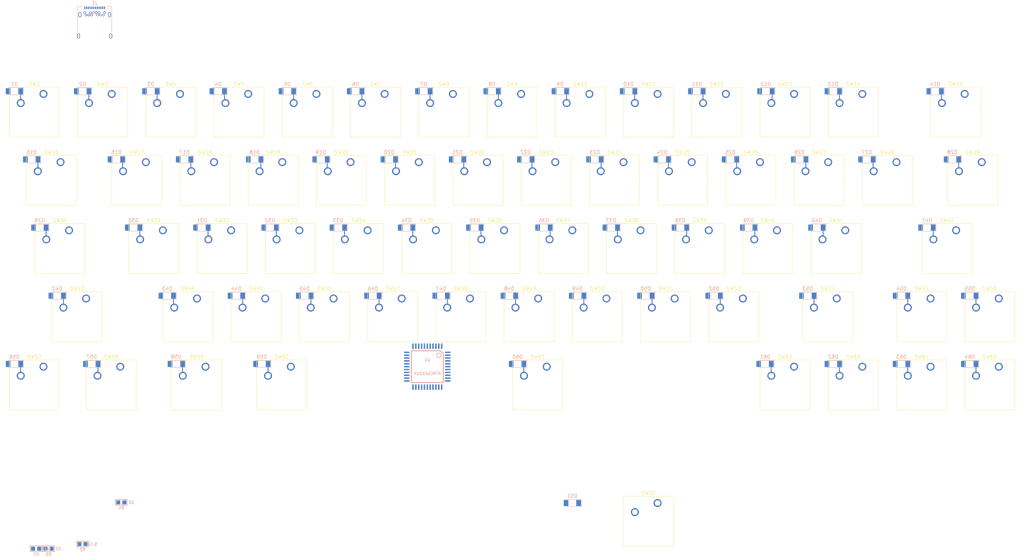
<source format=kicad_pcb>
(kicad_pcb (version 20171130) (host pcbnew "(5.0.0-3-g5ebb6b6)")
  (layers (0 F.Cu signal) (31 B.Cu signal) (34 B.Paste user) (35 F.Paste user) (36 B.SilkS user) (37 F.SilkS user) (38 B.Mask user) (39 F.Mask user) (44 Edge.Cuts user))
  (net 0 "")
  (net 1 GND)
  (net 2 "Net-(J1-PadA2)")
  (net 3 "Net-(J1-PadA3)")
  (net 4 VUSB)
  (net 5 "Net-(J1-PadA5)")
  (net 6 "Net-(J1-PadA6)")
  (net 7 "Net-(J1-PadA7)")
  (net 8 "Net-(J1-PadA10)")
  (net 9 "Net-(J1-PadA8)")
  (net 10 "Net-(J1-PadA11)")
  (net 11 "Net-(J1-PadB2)")
  (net 12 "Net-(J1-PadB3)")
  (net 13 "Net-(J1-PadB5)")
  (net 14 "Net-(J1-PadB8)")
  (net 15 "Net-(J1-PadB10)")
  (net 16 "Net-(J1-PadB11)")
  (net 17 "Net-(R3-Pad1)")
  (net 18 "Net-(R4-Pad1)")
  (net 19 "Net-(D1-Pad1)")
  (net 20 "Net-(D2-Pad1)")
  (net 21 "Net-(D3-Pad1)")
  (net 22 "Net-(D4-Pad1)")
  (net 23 "Net-(D5-Pad1)")
  (net 24 "Net-(D6-Pad1)")
  (net 25 "Net-(D7-Pad1)")
  (net 26 "Net-(D8-Pad1)")
  (net 27 "Net-(D9-Pad1)")
  (net 28 "Net-(D10-Pad1)")
  (net 29 "Net-(D11-Pad1)")
  (net 30 "Net-(D12-Pad1)")
  (net 31 "Net-(D13-Pad1)")
  (net 32 "Net-(D14-Pad1)")
  (net 33 "Net-(D15-Pad1)")
  (net 34 "Net-(D16-Pad1)")
  (net 35 "Net-(D17-Pad1)")
  (net 36 "Net-(D18-Pad1)")
  (net 37 "Net-(D19-Pad1)")
  (net 38 "Net-(D20-Pad1)")
  (net 39 "Net-(D21-Pad1)")
  (net 40 "Net-(D22-Pad1)")
  (net 41 "Net-(D23-Pad1)")
  (net 42 "Net-(D24-Pad1)")
  (net 43 "Net-(D25-Pad1)")
  (net 44 "Net-(D26-Pad1)")
  (net 45 "Net-(D27-Pad1)")
  (net 46 "Net-(D28-Pad1)")
  (net 47 "Net-(D29-Pad1)")
  (net 48 "Net-(D30-Pad1)")
  (net 49 "Net-(D31-Pad1)")
  (net 50 "Net-(D32-Pad1)")
  (net 51 "Net-(D33-Pad1)")
  (net 52 "Net-(D34-Pad1)")
  (net 53 "Net-(D35-Pad1)")
  (net 54 "Net-(D36-Pad1)")
  (net 55 "Net-(D37-Pad1)")
  (net 56 "Net-(D38-Pad1)")
  (net 57 "Net-(D39-Pad1)")
  (net 58 "Net-(D40-Pad1)")
  (net 59 "Net-(D41-Pad1)")
  (net 60 "Net-(D42-Pad1)")
  (net 61 "Net-(D43-Pad1)")
  (net 62 "Net-(D44-Pad1)")
  (net 63 "Net-(D45-Pad1)")
  (net 64 "Net-(D46-Pad1)")
  (net 65 "Net-(D47-Pad1)")
  (net 66 "Net-(D48-Pad1)")
  (net 67 "Net-(D49-Pad1)")
  (net 68 "Net-(D50-Pad1)")
  (net 69 "Net-(D51-Pad1)")
  (net 70 "Net-(D52-Pad1)")
  (net 71 "Net-(D53-Pad1)")
  (net 72 "Net-(D54-Pad1)")
  (net 73 "Net-(D55-Pad1)")
  (net 74 "Net-(D56-Pad1)")
  (net 75 "Net-(D57-Pad1)")
  (net 76 "Net-(D58-Pad1)")
  (net 77 "Net-(D59-Pad1)")
  (net 78 "Net-(D60-Pad1)")
  (net 79 "Net-(D61-Pad1)")
  (net 80 "Net-(D62-Pad1)")
  (net 81 "Net-(D63-Pad1)")
  (net 82 "Net-(D64-Pad1)")
  (net 83 "Net-(U1-Pad39)")
  (net 84 "Net-(U1-Pad40)")
  (net 85 "Net-(U1-Pad41)")
  (net 86 "Net-(U1-Pad42)")
  (net 87 +5V)
  (net 88 "Net-(U1-Pad38)")
  (net 89 "Net-(U1-Pad37)")
  (net 90 "Net-(U1-Pad36)")
  (net 91 "Net-(C5-Pad1)")
  (net 92 "Net-(C4-Pad1)")
  (net 93 /~RESET)
  (net 94 "Net-(U1-Pad18)")
  (net 95 "Net-(U1-Pad19)")
  (net 96 "Net-(U1-Pad20)")
  (net 97 "Net-(U1-Pad21)")
  (net 98 "Net-(U1-Pad22)")
  (net 99 "Net-(C1-Pad1)")
  (net 100 "Net-(U1-Pad27)")
  (net 101 "Net-(U1-Pad26)")
  (net 102 "Net-(U1-Pad25)")
  (net 103 "Net-(R5-Pad1)")
  (net 104 /PE6)
  (net 105 /key/col1)
  (net 106 /key/col2)
  (net 107 /key/col3)
  (net 108 /key/col4)
  (net 109 /key/col5)
  (net 110 /key/col6)
  (net 111 /key/col7)
  (net 112 /key/col8)
  (net 113 /key/col9)
  (net 114 /key/col10)
  (net 115 /key/col11)
  (net 116 /key/col12)
  (net 117 /key/col13)
  (net 118 /key/col14)
  (net 119 ROW0)
  (net 120 ROW1)
  (net 121 ROW2)
  (net 122 ROW3)
  (net 123 ROW4)
  (net 124 COL2)
  (net 125 COL0)
  (net 126 COL1)
  (net 127 COL3)
  (net 128 COL4)
  (module Button_Switch_Keyboard:SW_Cherry_MX1A_1.00u_PCB (layer F.Cu) (at 133.35 38.1)
    (fp_text reference SW8 (at -2.54 -2.794) (layer F.SilkS))
    (fp_text value 6)
    (pad "" np_thru_hole circle (at 2.54 5.08) (size 1.7 1.7) (drill 1.7) (layers *.Cu *.Mask))
    (pad "" np_thru_hole circle (at -7.62 5.08) (size 1.7 1.7) (drill 1.7) (layers *.Cu *.Mask))
    (pad "" np_thru_hole circle (at -2.54 5.08) (size 4 4) (drill 4) (layers *.Cu *.Mask))
    (pad 2 thru_hole circle (at -6.35 2.54) (size 2.2 2.2) (drill 1.5) (layers *.Cu *.Mask) (net 25 "Net-(D7-Pad1)"))
    (pad 1 thru_hole circle (at 0 0) (size 2.2 2.2) (drill 1.5) (layers *.Cu *.Mask) (net 119 ROW0))
  )
  (module Connector_USB:USB_C_Receptacle_Amphenol_12401548E4-2A (layer B.Cu) (at 33.3375 19.05 180)
    (fp_text reference J1 (at 0 6.36 180) (layer B.SilkS) (effects (justify mirror)))
    (fp_text value USB_C_Receptacle)
    (pad S1 thru_hole oval (at -4.13 3.11 180) (size 0.8 1.4) (drill oval 0.5 1.1) (layers *.Cu *.Mask) (net 1 GND))
    (pad A1 smd rect (at -2.75 5.02 180) (size 0.3 0.7) (layers B.Cu B.Paste B.Mask) (net 1 GND))
    (pad A2 smd rect (at -2.25 5.02 180) (size 0.3 0.7) (layers B.Cu B.Paste B.Mask) (net 2 "Net-(J1-PadA2)"))
    (pad A3 smd rect (at -1.75 5.02 180) (size 0.3 0.7) (layers B.Cu B.Paste B.Mask) (net 3 "Net-(J1-PadA3)"))
    (pad A4 smd rect (at -1.25 5.02 180) (size 0.3 0.7) (layers B.Cu B.Paste B.Mask) (net 4 VUSB))
    (pad A5 smd rect (at -0.75 5.02 180) (size 0.3 0.7) (layers B.Cu B.Paste B.Mask) (net 5 "Net-(J1-PadA5)"))
    (pad A6 smd rect (at -0.25 5.02 180) (size 0.3 0.7) (layers B.Cu B.Paste B.Mask) (net 6 "Net-(J1-PadA6)"))
    (pad A7 smd rect (at 0.25 5.02 180) (size 0.3 0.7) (layers B.Cu B.Paste B.Mask) (net 7 "Net-(J1-PadA7)"))
    (pad A12 smd rect (at 2.75 5.02 180) (size 0.3 0.7) (layers B.Cu B.Paste B.Mask) (net 1 GND))
    (pad A10 smd rect (at 1.75 5.02 180) (size 0.3 0.7) (layers B.Cu B.Paste B.Mask) (net 8 "Net-(J1-PadA10)"))
    (pad A9 smd rect (at 1.25 5.02 180) (size 0.3 0.7) (layers B.Cu B.Paste B.Mask) (net 4 VUSB))
    (pad A8 smd rect (at 0.75 5.02 180) (size 0.3 0.7) (layers B.Cu B.Paste B.Mask) (net 9 "Net-(J1-PadA8)"))
    (pad A11 smd rect (at 2.25 5.02 180) (size 0.3 0.7) (layers B.Cu B.Paste B.Mask) (net 10 "Net-(J1-PadA11)"))
    (pad S1 thru_hole oval (at 4.13 3.11 180) (size 0.8 1.4) (drill oval 0.5 1.1) (layers *.Cu *.Mask) (net 1 GND))
    (pad S1 thru_hole oval (at 4.49 -2.84 180) (size 0.8 1.4) (drill oval 0.5 1.1) (layers *.Cu *.Mask) (net 1 GND))
    (pad S1 thru_hole oval (at -4.49 -2.84 180) (size 0.8 1.4) (drill oval 0.5 1.1) (layers *.Cu *.Mask) (net 1 GND))
    (pad "" np_thru_hole oval (at 3.6 4.36 180) (size 0.95 0.65) (drill oval 0.95 0.65) (layers *.Cu *.Mask))
    (pad "" np_thru_hole circle (at -3.6 4.36 180) (size 0.65 0.65) (drill 0.65) (layers *.Cu *.Mask))
    (pad B1 thru_hole circle (at 2.8 3.71 180) (size 0.65 0.65) (drill 0.4) (layers *.Cu *.Mask) (net 1 GND))
    (pad B4 thru_hole circle (at 1.2 3.71 180) (size 0.65 0.65) (drill 0.4) (layers *.Cu *.Mask) (net 4 VUSB))
    (pad B6 thru_hole circle (at 0.4 3.71 180) (size 0.65 0.65) (drill 0.4) (layers *.Cu *.Mask) (net 6 "Net-(J1-PadA6)"))
    (pad B7 thru_hole circle (at -0.4 3.71 180) (size 0.65 0.65) (drill 0.4) (layers *.Cu *.Mask) (net 7 "Net-(J1-PadA7)"))
    (pad B9 thru_hole circle (at -1.2 3.71 180) (size 0.65 0.65) (drill 0.4) (layers *.Cu *.Mask) (net 4 VUSB))
    (pad B12 thru_hole circle (at -2.8 3.71 180) (size 0.65 0.65) (drill 0.4) (layers *.Cu *.Mask) (net 1 GND))
    (pad B2 thru_hole circle (at 2.4 3.01 180) (size 0.65 0.65) (drill 0.4) (layers *.Cu *.Mask) (net 11 "Net-(J1-PadB2)"))
    (pad B3 thru_hole circle (at 1.6 3.01 180) (size 0.65 0.65) (drill 0.4) (layers *.Cu *.Mask) (net 12 "Net-(J1-PadB3)"))
    (pad B5 thru_hole circle (at 0.8 3.01 180) (size 0.65 0.65) (drill 0.4) (layers *.Cu *.Mask) (net 13 "Net-(J1-PadB5)"))
    (pad B8 thru_hole circle (at -0.8 3.01 180) (size 0.65 0.65) (drill 0.4) (layers *.Cu *.Mask) (net 14 "Net-(J1-PadB8)"))
    (pad B10 thru_hole circle (at -1.6 3.01 180) (size 0.65 0.65) (drill 0.4) (layers *.Cu *.Mask) (net 15 "Net-(J1-PadB10)"))
    (pad B11 thru_hole circle (at -2.4 3.01 180) (size 0.65 0.65) (drill 0.4) (layers *.Cu *.Mask) (net 16 "Net-(J1-PadB11)"))
  )
  (module keyboard_parts:R_1608 (layer B.Cu) (at 16.990001 165.170001)
    (fp_text reference R1 (at 0.025 1.575) (layer B.SilkS) (effects (font (size 0.8 0.8)) (justify mirror)))
    (fp_text value 5.1k (at 2.8 0.025) (layer B.SilkS) (effects (font (size 0.8 0.8)) (justify mirror)))
    (pad 2 smd rect (at 0.85 0) (size 1.1 1.1) (layers B.Cu B.Paste B.Mask) (net 5 "Net-(J1-PadA5)") (clearance 0.1))
    (pad 1 smd rect (at -0.85 0) (size 1.1 1.1) (layers B.Cu B.Paste B.Mask) (net 1 GND) (clearance 0.1))
  )
  (module keyboard_parts:R_1608 (layer B.Cu) (at 29.940001 163.870001)
    (fp_text reference R2 (at 0.025 1.575) (layer B.SilkS) (effects (font (size 0.8 0.8)) (justify mirror)))
    (fp_text value 5.1k (at 2.8 0.025) (layer B.SilkS) (effects (font (size 0.8 0.8)) (justify mirror)))
    (pad 1 smd rect (at -0.85 0) (size 1.1 1.1) (layers B.Cu B.Paste B.Mask) (net 1 GND) (clearance 0.1))
    (pad 2 smd rect (at 0.85 0) (size 1.1 1.1) (layers B.Cu B.Paste B.Mask) (net 13 "Net-(J1-PadB5)") (clearance 0.1))
  )
  (module keyboard_parts:R_1608 (layer B.Cu) (at 20.490001 165.170001)
    (fp_text reference R3 (at 0.025 1.575) (layer B.SilkS) (effects (font (size 0.8 0.8)) (justify mirror)))
    (fp_text value 22 (at 2.8 0.025) (layer B.SilkS) (effects (font (size 0.8 0.8)) (justify mirror)))
    (pad 2 smd rect (at 0.85 0) (size 1.1 1.1) (layers B.Cu B.Paste B.Mask) (net 7 "Net-(J1-PadA7)") (clearance 0.1))
    (pad 1 smd rect (at -0.85 0) (size 1.1 1.1) (layers B.Cu B.Paste B.Mask) (net 17 "Net-(R3-Pad1)") (clearance 0.1))
  )
  (module keyboard_parts:R_1608 (layer B.Cu) (at 40.770001 152.220001)
    (fp_text reference R4 (at 0.025 1.575) (layer B.SilkS) (effects (font (size 0.8 0.8)) (justify mirror)))
    (fp_text value 22 (at 2.8 0.025) (layer B.SilkS) (effects (font (size 0.8 0.8)) (justify mirror)))
    (pad 1 smd rect (at -0.85 0) (size 1.1 1.1) (layers B.Cu B.Paste B.Mask) (net 18 "Net-(R4-Pad1)") (clearance 0.1))
    (pad 2 smd rect (at 0.85 0) (size 1.1 1.1) (layers B.Cu B.Paste B.Mask) (net 6 "Net-(J1-PadA6)") (clearance 0.1))
  )
  (module Button_Switch_Keyboard:SW_Cherry_MX1A_1.00u_PCB (layer F.Cu) (at 19.05 38.1)
    (fp_text reference SW2 (at -2.54 -2.794) (layer F.SilkS))
    (fp_text value ESC)
    (pad "" np_thru_hole circle (at 2.54 5.08) (size 1.7 1.7) (drill 1.7) (layers *.Cu *.Mask))
    (pad "" np_thru_hole circle (at -7.62 5.08) (size 1.7 1.7) (drill 1.7) (layers *.Cu *.Mask))
    (pad "" np_thru_hole circle (at -2.54 5.08) (size 4 4) (drill 4) (layers *.Cu *.Mask))
    (pad 2 thru_hole circle (at -6.35 2.54) (size 2.2 2.2) (drill 1.5) (layers *.Cu *.Mask) (net 19 "Net-(D1-Pad1)"))
    (pad 1 thru_hole circle (at 0 0) (size 2.2 2.2) (drill 1.5) (layers *.Cu *.Mask) (net 119 ROW0))
  )
  (module Button_Switch_Keyboard:SW_Cherry_MX1A_1.00u_PCB (layer F.Cu) (at 38.1 38.1)
    (fp_text reference SW3 (at -2.54 -2.794) (layer F.SilkS))
    (fp_text value 1)
    (pad 1 thru_hole circle (at 0 0) (size 2.2 2.2) (drill 1.5) (layers *.Cu *.Mask) (net 119 ROW0))
    (pad 2 thru_hole circle (at -6.35 2.54) (size 2.2 2.2) (drill 1.5) (layers *.Cu *.Mask) (net 20 "Net-(D2-Pad1)"))
    (pad "" np_thru_hole circle (at -2.54 5.08) (size 4 4) (drill 4) (layers *.Cu *.Mask))
    (pad "" np_thru_hole circle (at -7.62 5.08) (size 1.7 1.7) (drill 1.7) (layers *.Cu *.Mask))
    (pad "" np_thru_hole circle (at 2.54 5.08) (size 1.7 1.7) (drill 1.7) (layers *.Cu *.Mask))
  )
  (module Button_Switch_Keyboard:SW_Cherry_MX1A_1.00u_PCB (layer F.Cu) (at 57.15 38.1)
    (fp_text reference SW4 (at -2.54 -2.794) (layer F.SilkS))
    (fp_text value 2)
    (pad "" np_thru_hole circle (at 2.54 5.08) (size 1.7 1.7) (drill 1.7) (layers *.Cu *.Mask))
    (pad "" np_thru_hole circle (at -7.62 5.08) (size 1.7 1.7) (drill 1.7) (layers *.Cu *.Mask))
    (pad "" np_thru_hole circle (at -2.54 5.08) (size 4 4) (drill 4) (layers *.Cu *.Mask))
    (pad 2 thru_hole circle (at -6.35 2.54) (size 2.2 2.2) (drill 1.5) (layers *.Cu *.Mask) (net 21 "Net-(D3-Pad1)"))
    (pad 1 thru_hole circle (at 0 0) (size 2.2 2.2) (drill 1.5) (layers *.Cu *.Mask) (net 119 ROW0))
  )
  (module Button_Switch_Keyboard:SW_Cherry_MX1A_1.00u_PCB (layer F.Cu) (at 76.2 38.1)
    (fp_text reference SW5 (at -2.54 -2.794) (layer F.SilkS))
    (fp_text value 3)
    (pad 1 thru_hole circle (at 0 0) (size 2.2 2.2) (drill 1.5) (layers *.Cu *.Mask) (net 119 ROW0))
    (pad 2 thru_hole circle (at -6.35 2.54) (size 2.2 2.2) (drill 1.5) (layers *.Cu *.Mask) (net 22 "Net-(D4-Pad1)"))
    (pad "" np_thru_hole circle (at -2.54 5.08) (size 4 4) (drill 4) (layers *.Cu *.Mask))
    (pad "" np_thru_hole circle (at -7.62 5.08) (size 1.7 1.7) (drill 1.7) (layers *.Cu *.Mask))
    (pad "" np_thru_hole circle (at 2.54 5.08) (size 1.7 1.7) (drill 1.7) (layers *.Cu *.Mask))
  )
  (module Button_Switch_Keyboard:SW_Cherry_MX1A_1.00u_PCB (layer F.Cu) (at 95.25 38.1)
    (fp_text reference SW6 (at -2.54 -2.794) (layer F.SilkS))
    (fp_text value 4)
    (pad "" np_thru_hole circle (at 2.54 5.08) (size 1.7 1.7) (drill 1.7) (layers *.Cu *.Mask))
    (pad "" np_thru_hole circle (at -7.62 5.08) (size 1.7 1.7) (drill 1.7) (layers *.Cu *.Mask))
    (pad "" np_thru_hole circle (at -2.54 5.08) (size 4 4) (drill 4) (layers *.Cu *.Mask))
    (pad 2 thru_hole circle (at -6.35 2.54) (size 2.2 2.2) (drill 1.5) (layers *.Cu *.Mask) (net 23 "Net-(D5-Pad1)"))
    (pad 1 thru_hole circle (at 0 0) (size 2.2 2.2) (drill 1.5) (layers *.Cu *.Mask) (net 119 ROW0))
  )
  (module Button_Switch_Keyboard:SW_Cherry_MX1A_1.00u_PCB (layer F.Cu) (at 114.3 38.1)
    (fp_text reference SW7 (at -2.54 -2.794) (layer F.SilkS))
    (fp_text value 5)
    (pad 1 thru_hole circle (at 0 0) (size 2.2 2.2) (drill 1.5) (layers *.Cu *.Mask) (net 119 ROW0))
    (pad 2 thru_hole circle (at -6.35 2.54) (size 2.2 2.2) (drill 1.5) (layers *.Cu *.Mask) (net 24 "Net-(D6-Pad1)"))
    (pad "" np_thru_hole circle (at -2.54 5.08) (size 4 4) (drill 4) (layers *.Cu *.Mask))
    (pad "" np_thru_hole circle (at -7.62 5.08) (size 1.7 1.7) (drill 1.7) (layers *.Cu *.Mask))
    (pad "" np_thru_hole circle (at 2.54 5.08) (size 1.7 1.7) (drill 1.7) (layers *.Cu *.Mask))
  )
  (module Button_Switch_Keyboard:SW_Cherry_MX1A_1.00u_PCB (layer F.Cu) (at 152.4 38.1)
    (fp_text reference SW9 (at -2.54 -2.794) (layer F.SilkS))
    (fp_text value 7)
    (pad 1 thru_hole circle (at 0 0) (size 2.2 2.2) (drill 1.5) (layers *.Cu *.Mask) (net 119 ROW0))
    (pad 2 thru_hole circle (at -6.35 2.54) (size 2.2 2.2) (drill 1.5) (layers *.Cu *.Mask) (net 26 "Net-(D8-Pad1)"))
    (pad "" np_thru_hole circle (at -2.54 5.08) (size 4 4) (drill 4) (layers *.Cu *.Mask))
    (pad "" np_thru_hole circle (at -7.62 5.08) (size 1.7 1.7) (drill 1.7) (layers *.Cu *.Mask))
    (pad "" np_thru_hole circle (at 2.54 5.08) (size 1.7 1.7) (drill 1.7) (layers *.Cu *.Mask))
  )
  (module Button_Switch_Keyboard:SW_Cherry_MX1A_1.00u_PCB (layer F.Cu) (at 171.45 38.1)
    (fp_text reference SW10 (at -2.54 -2.794) (layer F.SilkS))
    (fp_text value 8)
    (pad "" np_thru_hole circle (at 2.54 5.08) (size 1.7 1.7) (drill 1.7) (layers *.Cu *.Mask))
    (pad "" np_thru_hole circle (at -7.62 5.08) (size 1.7 1.7) (drill 1.7) (layers *.Cu *.Mask))
    (pad "" np_thru_hole circle (at -2.54 5.08) (size 4 4) (drill 4) (layers *.Cu *.Mask))
    (pad 2 thru_hole circle (at -6.35 2.54) (size 2.2 2.2) (drill 1.5) (layers *.Cu *.Mask) (net 27 "Net-(D9-Pad1)"))
    (pad 1 thru_hole circle (at 0 0) (size 2.2 2.2) (drill 1.5) (layers *.Cu *.Mask) (net 119 ROW0))
  )
  (module Button_Switch_Keyboard:SW_Cherry_MX1A_1.00u_PCB (layer F.Cu) (at 190.5 38.1)
    (fp_text reference SW11 (at -2.54 -2.794) (layer F.SilkS))
    (fp_text value 9)
    (pad 1 thru_hole circle (at 0 0) (size 2.2 2.2) (drill 1.5) (layers *.Cu *.Mask) (net 119 ROW0))
    (pad 2 thru_hole circle (at -6.35 2.54) (size 2.2 2.2) (drill 1.5) (layers *.Cu *.Mask) (net 28 "Net-(D10-Pad1)"))
    (pad "" np_thru_hole circle (at -2.54 5.08) (size 4 4) (drill 4) (layers *.Cu *.Mask))
    (pad "" np_thru_hole circle (at -7.62 5.08) (size 1.7 1.7) (drill 1.7) (layers *.Cu *.Mask))
    (pad "" np_thru_hole circle (at 2.54 5.08) (size 1.7 1.7) (drill 1.7) (layers *.Cu *.Mask))
  )
  (module Button_Switch_Keyboard:SW_Cherry_MX1A_1.00u_PCB (layer F.Cu) (at 209.55 38.1)
    (fp_text reference SW12 (at -2.54 -2.794) (layer F.SilkS))
    (fp_text value 0)
    (pad "" np_thru_hole circle (at 2.54 5.08) (size 1.7 1.7) (drill 1.7) (layers *.Cu *.Mask))
    (pad "" np_thru_hole circle (at -7.62 5.08) (size 1.7 1.7) (drill 1.7) (layers *.Cu *.Mask))
    (pad "" np_thru_hole circle (at -2.54 5.08) (size 4 4) (drill 4) (layers *.Cu *.Mask))
    (pad 2 thru_hole circle (at -6.35 2.54) (size 2.2 2.2) (drill 1.5) (layers *.Cu *.Mask) (net 29 "Net-(D11-Pad1)"))
    (pad 1 thru_hole circle (at 0 0) (size 2.2 2.2) (drill 1.5) (layers *.Cu *.Mask) (net 119 ROW0))
  )
  (module Button_Switch_Keyboard:SW_Cherry_MX1A_1.00u_PCB (layer F.Cu) (at 228.6 38.1)
    (fp_text reference SW13 (at -2.54 -2.794) (layer F.SilkS))
    (fp_text value -)
    (pad 1 thru_hole circle (at 0 0) (size 2.2 2.2) (drill 1.5) (layers *.Cu *.Mask) (net 119 ROW0))
    (pad 2 thru_hole circle (at -6.35 2.54) (size 2.2 2.2) (drill 1.5) (layers *.Cu *.Mask) (net 30 "Net-(D12-Pad1)"))
    (pad "" np_thru_hole circle (at -2.54 5.08) (size 4 4) (drill 4) (layers *.Cu *.Mask))
    (pad "" np_thru_hole circle (at -7.62 5.08) (size 1.7 1.7) (drill 1.7) (layers *.Cu *.Mask))
    (pad "" np_thru_hole circle (at 2.54 5.08) (size 1.7 1.7) (drill 1.7) (layers *.Cu *.Mask))
  )
  (module Button_Switch_Keyboard:SW_Cherry_MX1A_1.00u_PCB (layer F.Cu) (at 247.65 38.1)
    (fp_text reference SW14 (at -2.54 -2.794) (layer F.SilkS))
    (fp_text value =)
    (pad "" np_thru_hole circle (at 2.54 5.08) (size 1.7 1.7) (drill 1.7) (layers *.Cu *.Mask))
    (pad "" np_thru_hole circle (at -7.62 5.08) (size 1.7 1.7) (drill 1.7) (layers *.Cu *.Mask))
    (pad "" np_thru_hole circle (at -2.54 5.08) (size 4 4) (drill 4) (layers *.Cu *.Mask))
    (pad 2 thru_hole circle (at -6.35 2.54) (size 2.2 2.2) (drill 1.5) (layers *.Cu *.Mask) (net 31 "Net-(D13-Pad1)"))
    (pad 1 thru_hole circle (at 0 0) (size 2.2 2.2) (drill 1.5) (layers *.Cu *.Mask) (net 119 ROW0))
  )
  (module Button_Switch_Keyboard:SW_Cherry_MX1A_1.00u_PCB (layer F.Cu) (at 47.625 57.15)
    (fp_text reference SW17 (at -2.54 -2.794) (layer F.SilkS))
    (fp_text value q)
    (pad 1 thru_hole circle (at 0 0) (size 2.2 2.2) (drill 1.5) (layers *.Cu *.Mask) (net 120 ROW1))
    (pad 2 thru_hole circle (at -6.35 2.54) (size 2.2 2.2) (drill 1.5) (layers *.Cu *.Mask) (net 34 "Net-(D16-Pad1)"))
    (pad "" np_thru_hole circle (at -2.54 5.08) (size 4 4) (drill 4) (layers *.Cu *.Mask))
    (pad "" np_thru_hole circle (at -7.62 5.08) (size 1.7 1.7) (drill 1.7) (layers *.Cu *.Mask))
    (pad "" np_thru_hole circle (at 2.54 5.08) (size 1.7 1.7) (drill 1.7) (layers *.Cu *.Mask))
  )
  (module Button_Switch_Keyboard:SW_Cherry_MX1A_1.00u_PCB (layer F.Cu) (at 66.675 57.15)
    (fp_text reference SW18 (at -2.54 -2.794) (layer F.SilkS))
    (fp_text value w)
    (pad "" np_thru_hole circle (at 2.54 5.08) (size 1.7 1.7) (drill 1.7) (layers *.Cu *.Mask))
    (pad "" np_thru_hole circle (at -7.62 5.08) (size 1.7 1.7) (drill 1.7) (layers *.Cu *.Mask))
    (pad "" np_thru_hole circle (at -2.54 5.08) (size 4 4) (drill 4) (layers *.Cu *.Mask))
    (pad 2 thru_hole circle (at -6.35 2.54) (size 2.2 2.2) (drill 1.5) (layers *.Cu *.Mask) (net 35 "Net-(D17-Pad1)"))
    (pad 1 thru_hole circle (at 0 0) (size 2.2 2.2) (drill 1.5) (layers *.Cu *.Mask) (net 120 ROW1))
  )
  (module Button_Switch_Keyboard:SW_Cherry_MX1A_1.00u_PCB (layer F.Cu) (at 85.725 57.15)
    (fp_text reference SW19 (at -2.54 -2.794) (layer F.SilkS))
    (fp_text value e)
    (pad 1 thru_hole circle (at 0 0) (size 2.2 2.2) (drill 1.5) (layers *.Cu *.Mask) (net 120 ROW1))
    (pad 2 thru_hole circle (at -6.35 2.54) (size 2.2 2.2) (drill 1.5) (layers *.Cu *.Mask) (net 36 "Net-(D18-Pad1)"))
    (pad "" np_thru_hole circle (at -2.54 5.08) (size 4 4) (drill 4) (layers *.Cu *.Mask))
    (pad "" np_thru_hole circle (at -7.62 5.08) (size 1.7 1.7) (drill 1.7) (layers *.Cu *.Mask))
    (pad "" np_thru_hole circle (at 2.54 5.08) (size 1.7 1.7) (drill 1.7) (layers *.Cu *.Mask))
  )
  (module Button_Switch_Keyboard:SW_Cherry_MX1A_1.00u_PCB (layer F.Cu) (at 104.775 57.15)
    (fp_text reference SW20 (at -2.54 -2.794) (layer F.SilkS))
    (fp_text value r)
    (pad "" np_thru_hole circle (at 2.54 5.08) (size 1.7 1.7) (drill 1.7) (layers *.Cu *.Mask))
    (pad "" np_thru_hole circle (at -7.62 5.08) (size 1.7 1.7) (drill 1.7) (layers *.Cu *.Mask))
    (pad "" np_thru_hole circle (at -2.54 5.08) (size 4 4) (drill 4) (layers *.Cu *.Mask))
    (pad 2 thru_hole circle (at -6.35 2.54) (size 2.2 2.2) (drill 1.5) (layers *.Cu *.Mask) (net 37 "Net-(D19-Pad1)"))
    (pad 1 thru_hole circle (at 0 0) (size 2.2 2.2) (drill 1.5) (layers *.Cu *.Mask) (net 120 ROW1))
  )
  (module Button_Switch_Keyboard:SW_Cherry_MX1A_1.00u_PCB (layer F.Cu) (at 123.825 57.15)
    (fp_text reference SW21 (at -2.54 -2.794) (layer F.SilkS))
    (fp_text value t)
    (pad 1 thru_hole circle (at 0 0) (size 2.2 2.2) (drill 1.5) (layers *.Cu *.Mask) (net 120 ROW1))
    (pad 2 thru_hole circle (at -6.35 2.54) (size 2.2 2.2) (drill 1.5) (layers *.Cu *.Mask) (net 38 "Net-(D20-Pad1)"))
    (pad "" np_thru_hole circle (at -2.54 5.08) (size 4 4) (drill 4) (layers *.Cu *.Mask))
    (pad "" np_thru_hole circle (at -7.62 5.08) (size 1.7 1.7) (drill 1.7) (layers *.Cu *.Mask))
    (pad "" np_thru_hole circle (at 2.54 5.08) (size 1.7 1.7) (drill 1.7) (layers *.Cu *.Mask))
  )
  (module Button_Switch_Keyboard:SW_Cherry_MX1A_1.00u_PCB (layer F.Cu) (at 142.875 57.15)
    (fp_text reference SW22 (at -2.54 -2.794) (layer F.SilkS))
    (fp_text value y)
    (pad "" np_thru_hole circle (at 2.54 5.08) (size 1.7 1.7) (drill 1.7) (layers *.Cu *.Mask))
    (pad "" np_thru_hole circle (at -7.62 5.08) (size 1.7 1.7) (drill 1.7) (layers *.Cu *.Mask))
    (pad "" np_thru_hole circle (at -2.54 5.08) (size 4 4) (drill 4) (layers *.Cu *.Mask))
    (pad 2 thru_hole circle (at -6.35 2.54) (size 2.2 2.2) (drill 1.5) (layers *.Cu *.Mask) (net 39 "Net-(D21-Pad1)"))
    (pad 1 thru_hole circle (at 0 0) (size 2.2 2.2) (drill 1.5) (layers *.Cu *.Mask) (net 120 ROW1))
  )
  (module Button_Switch_Keyboard:SW_Cherry_MX1A_1.00u_PCB (layer F.Cu) (at 161.925 57.15)
    (fp_text reference SW23 (at -2.54 -2.794) (layer F.SilkS))
    (fp_text value u)
    (pad 1 thru_hole circle (at 0 0) (size 2.2 2.2) (drill 1.5) (layers *.Cu *.Mask) (net 120 ROW1))
    (pad 2 thru_hole circle (at -6.35 2.54) (size 2.2 2.2) (drill 1.5) (layers *.Cu *.Mask) (net 40 "Net-(D22-Pad1)"))
    (pad "" np_thru_hole circle (at -2.54 5.08) (size 4 4) (drill 4) (layers *.Cu *.Mask))
    (pad "" np_thru_hole circle (at -7.62 5.08) (size 1.7 1.7) (drill 1.7) (layers *.Cu *.Mask))
    (pad "" np_thru_hole circle (at 2.54 5.08) (size 1.7 1.7) (drill 1.7) (layers *.Cu *.Mask))
  )
  (module Button_Switch_Keyboard:SW_Cherry_MX1A_1.00u_PCB (layer F.Cu) (at 180.975 57.15)
    (fp_text reference SW24 (at -2.54 -2.794) (layer F.SilkS))
    (fp_text value i)
    (pad "" np_thru_hole circle (at 2.54 5.08) (size 1.7 1.7) (drill 1.7) (layers *.Cu *.Mask))
    (pad "" np_thru_hole circle (at -7.62 5.08) (size 1.7 1.7) (drill 1.7) (layers *.Cu *.Mask))
    (pad "" np_thru_hole circle (at -2.54 5.08) (size 4 4) (drill 4) (layers *.Cu *.Mask))
    (pad 2 thru_hole circle (at -6.35 2.54) (size 2.2 2.2) (drill 1.5) (layers *.Cu *.Mask) (net 41 "Net-(D23-Pad1)"))
    (pad 1 thru_hole circle (at 0 0) (size 2.2 2.2) (drill 1.5) (layers *.Cu *.Mask) (net 120 ROW1))
  )
  (module Button_Switch_Keyboard:SW_Cherry_MX1A_1.00u_PCB (layer F.Cu) (at 200.025 57.15)
    (fp_text reference SW25 (at -2.54 -2.794) (layer F.SilkS))
    (fp_text value o)
    (pad 1 thru_hole circle (at 0 0) (size 2.2 2.2) (drill 1.5) (layers *.Cu *.Mask) (net 120 ROW1))
    (pad 2 thru_hole circle (at -6.35 2.54) (size 2.2 2.2) (drill 1.5) (layers *.Cu *.Mask) (net 42 "Net-(D24-Pad1)"))
    (pad "" np_thru_hole circle (at -2.54 5.08) (size 4 4) (drill 4) (layers *.Cu *.Mask))
    (pad "" np_thru_hole circle (at -7.62 5.08) (size 1.7 1.7) (drill 1.7) (layers *.Cu *.Mask))
    (pad "" np_thru_hole circle (at 2.54 5.08) (size 1.7 1.7) (drill 1.7) (layers *.Cu *.Mask))
  )
  (module Button_Switch_Keyboard:SW_Cherry_MX1A_1.00u_PCB (layer F.Cu) (at 219.075 57.15)
    (fp_text reference SW26 (at -2.54 -2.794) (layer F.SilkS))
    (fp_text value p)
    (pad "" np_thru_hole circle (at 2.54 5.08) (size 1.7 1.7) (drill 1.7) (layers *.Cu *.Mask))
    (pad "" np_thru_hole circle (at -7.62 5.08) (size 1.7 1.7) (drill 1.7) (layers *.Cu *.Mask))
    (pad "" np_thru_hole circle (at -2.54 5.08) (size 4 4) (drill 4) (layers *.Cu *.Mask))
    (pad 2 thru_hole circle (at -6.35 2.54) (size 2.2 2.2) (drill 1.5) (layers *.Cu *.Mask) (net 43 "Net-(D25-Pad1)"))
    (pad 1 thru_hole circle (at 0 0) (size 2.2 2.2) (drill 1.5) (layers *.Cu *.Mask) (net 120 ROW1))
  )
  (module Button_Switch_Keyboard:SW_Cherry_MX1A_1.00u_PCB (layer F.Cu) (at 238.125 57.15)
    (fp_text reference SW27 (at -2.54 -2.794) (layer F.SilkS))
    (fp_text value [)
    (pad 1 thru_hole circle (at 0 0) (size 2.2 2.2) (drill 1.5) (layers *.Cu *.Mask) (net 120 ROW1))
    (pad 2 thru_hole circle (at -6.35 2.54) (size 2.2 2.2) (drill 1.5) (layers *.Cu *.Mask) (net 44 "Net-(D26-Pad1)"))
    (pad "" np_thru_hole circle (at -2.54 5.08) (size 4 4) (drill 4) (layers *.Cu *.Mask))
    (pad "" np_thru_hole circle (at -7.62 5.08) (size 1.7 1.7) (drill 1.7) (layers *.Cu *.Mask))
    (pad "" np_thru_hole circle (at 2.54 5.08) (size 1.7 1.7) (drill 1.7) (layers *.Cu *.Mask))
  )
  (module Button_Switch_Keyboard:SW_Cherry_MX1A_1.00u_PCB (layer F.Cu) (at 257.175 57.15)
    (fp_text reference SW28 (at -2.54 -2.794) (layer F.SilkS))
    (fp_text value ])
    (pad "" np_thru_hole circle (at 2.54 5.08) (size 1.7 1.7) (drill 1.7) (layers *.Cu *.Mask))
    (pad "" np_thru_hole circle (at -7.62 5.08) (size 1.7 1.7) (drill 1.7) (layers *.Cu *.Mask))
    (pad "" np_thru_hole circle (at -2.54 5.08) (size 4 4) (drill 4) (layers *.Cu *.Mask))
    (pad 2 thru_hole circle (at -6.35 2.54) (size 2.2 2.2) (drill 1.5) (layers *.Cu *.Mask) (net 45 "Net-(D27-Pad1)"))
    (pad 1 thru_hole circle (at 0 0) (size 2.2 2.2) (drill 1.5) (layers *.Cu *.Mask) (net 120 ROW1))
  )
  (module Button_Switch_Keyboard:SW_Cherry_MX1A_1.00u_PCB (layer F.Cu) (at 52.3875 76.2)
    (fp_text reference SW31 (at -2.54 -2.794) (layer F.SilkS))
    (fp_text value a)
    (pad 1 thru_hole circle (at 0 0) (size 2.2 2.2) (drill 1.5) (layers *.Cu *.Mask) (net 121 ROW2))
    (pad 2 thru_hole circle (at -6.35 2.54) (size 2.2 2.2) (drill 1.5) (layers *.Cu *.Mask) (net 48 "Net-(D30-Pad1)"))
    (pad "" np_thru_hole circle (at -2.54 5.08) (size 4 4) (drill 4) (layers *.Cu *.Mask))
    (pad "" np_thru_hole circle (at -7.62 5.08) (size 1.7 1.7) (drill 1.7) (layers *.Cu *.Mask))
    (pad "" np_thru_hole circle (at 2.54 5.08) (size 1.7 1.7) (drill 1.7) (layers *.Cu *.Mask))
  )
  (module Button_Switch_Keyboard:SW_Cherry_MX1A_1.00u_PCB (layer F.Cu) (at 71.4375 76.2)
    (fp_text reference SW32 (at -2.54 -2.794) (layer F.SilkS))
    (fp_text value s)
    (pad "" np_thru_hole circle (at 2.54 5.08) (size 1.7 1.7) (drill 1.7) (layers *.Cu *.Mask))
    (pad "" np_thru_hole circle (at -7.62 5.08) (size 1.7 1.7) (drill 1.7) (layers *.Cu *.Mask))
    (pad "" np_thru_hole circle (at -2.54 5.08) (size 4 4) (drill 4) (layers *.Cu *.Mask))
    (pad 2 thru_hole circle (at -6.35 2.54) (size 2.2 2.2) (drill 1.5) (layers *.Cu *.Mask) (net 49 "Net-(D31-Pad1)"))
    (pad 1 thru_hole circle (at 0 0) (size 2.2 2.2) (drill 1.5) (layers *.Cu *.Mask) (net 121 ROW2))
  )
  (module Button_Switch_Keyboard:SW_Cherry_MX1A_1.00u_PCB (layer F.Cu) (at 90.4875 76.2)
    (fp_text reference SW33 (at -2.54 -2.794) (layer F.SilkS))
    (fp_text value d)
    (pad 1 thru_hole circle (at 0 0) (size 2.2 2.2) (drill 1.5) (layers *.Cu *.Mask) (net 121 ROW2))
    (pad 2 thru_hole circle (at -6.35 2.54) (size 2.2 2.2) (drill 1.5) (layers *.Cu *.Mask) (net 50 "Net-(D32-Pad1)"))
    (pad "" np_thru_hole circle (at -2.54 5.08) (size 4 4) (drill 4) (layers *.Cu *.Mask))
    (pad "" np_thru_hole circle (at -7.62 5.08) (size 1.7 1.7) (drill 1.7) (layers *.Cu *.Mask))
    (pad "" np_thru_hole circle (at 2.54 5.08) (size 1.7 1.7) (drill 1.7) (layers *.Cu *.Mask))
  )
  (module Button_Switch_Keyboard:SW_Cherry_MX1A_1.00u_PCB (layer F.Cu) (at 109.5375 76.2)
    (fp_text reference SW34 (at -2.54 -2.794) (layer F.SilkS))
    (fp_text value f)
    (pad "" np_thru_hole circle (at 2.54 5.08) (size 1.7 1.7) (drill 1.7) (layers *.Cu *.Mask))
    (pad "" np_thru_hole circle (at -7.62 5.08) (size 1.7 1.7) (drill 1.7) (layers *.Cu *.Mask))
    (pad "" np_thru_hole circle (at -2.54 5.08) (size 4 4) (drill 4) (layers *.Cu *.Mask))
    (pad 2 thru_hole circle (at -6.35 2.54) (size 2.2 2.2) (drill 1.5) (layers *.Cu *.Mask) (net 51 "Net-(D33-Pad1)"))
    (pad 1 thru_hole circle (at 0 0) (size 2.2 2.2) (drill 1.5) (layers *.Cu *.Mask) (net 121 ROW2))
  )
  (module Button_Switch_Keyboard:SW_Cherry_MX1A_1.00u_PCB (layer F.Cu) (at 128.5875 76.2)
    (fp_text reference SW35 (at -2.54 -2.794) (layer F.SilkS))
    (fp_text value g)
    (pad 1 thru_hole circle (at 0 0) (size 2.2 2.2) (drill 1.5) (layers *.Cu *.Mask) (net 121 ROW2))
    (pad 2 thru_hole circle (at -6.35 2.54) (size 2.2 2.2) (drill 1.5) (layers *.Cu *.Mask) (net 52 "Net-(D34-Pad1)"))
    (pad "" np_thru_hole circle (at -2.54 5.08) (size 4 4) (drill 4) (layers *.Cu *.Mask))
    (pad "" np_thru_hole circle (at -7.62 5.08) (size 1.7 1.7) (drill 1.7) (layers *.Cu *.Mask))
    (pad "" np_thru_hole circle (at 2.54 5.08) (size 1.7 1.7) (drill 1.7) (layers *.Cu *.Mask))
  )
  (module Button_Switch_Keyboard:SW_Cherry_MX1A_1.00u_PCB (layer F.Cu) (at 147.6375 76.2)
    (fp_text reference SW36 (at -2.54 -2.794) (layer F.SilkS))
    (fp_text value h)
    (pad "" np_thru_hole circle (at 2.54 5.08) (size 1.7 1.7) (drill 1.7) (layers *.Cu *.Mask))
    (pad "" np_thru_hole circle (at -7.62 5.08) (size 1.7 1.7) (drill 1.7) (layers *.Cu *.Mask))
    (pad "" np_thru_hole circle (at -2.54 5.08) (size 4 4) (drill 4) (layers *.Cu *.Mask))
    (pad 2 thru_hole circle (at -6.35 2.54) (size 2.2 2.2) (drill 1.5) (layers *.Cu *.Mask) (net 53 "Net-(D35-Pad1)"))
    (pad 1 thru_hole circle (at 0 0) (size 2.2 2.2) (drill 1.5) (layers *.Cu *.Mask) (net 121 ROW2))
  )
  (module Button_Switch_Keyboard:SW_Cherry_MX1A_1.00u_PCB (layer F.Cu) (at 166.6875 76.2)
    (fp_text reference SW37 (at -2.54 -2.794) (layer F.SilkS))
    (fp_text value j)
    (pad 1 thru_hole circle (at 0 0) (size 2.2 2.2) (drill 1.5) (layers *.Cu *.Mask) (net 121 ROW2))
    (pad 2 thru_hole circle (at -6.35 2.54) (size 2.2 2.2) (drill 1.5) (layers *.Cu *.Mask) (net 54 "Net-(D36-Pad1)"))
    (pad "" np_thru_hole circle (at -2.54 5.08) (size 4 4) (drill 4) (layers *.Cu *.Mask))
    (pad "" np_thru_hole circle (at -7.62 5.08) (size 1.7 1.7) (drill 1.7) (layers *.Cu *.Mask))
    (pad "" np_thru_hole circle (at 2.54 5.08) (size 1.7 1.7) (drill 1.7) (layers *.Cu *.Mask))
  )
  (module Button_Switch_Keyboard:SW_Cherry_MX1A_1.00u_PCB (layer F.Cu) (at 185.7375 76.2)
    (fp_text reference SW38 (at -2.54 -2.794) (layer F.SilkS))
    (fp_text value k)
    (pad "" np_thru_hole circle (at 2.54 5.08) (size 1.7 1.7) (drill 1.7) (layers *.Cu *.Mask))
    (pad "" np_thru_hole circle (at -7.62 5.08) (size 1.7 1.7) (drill 1.7) (layers *.Cu *.Mask))
    (pad "" np_thru_hole circle (at -2.54 5.08) (size 4 4) (drill 4) (layers *.Cu *.Mask))
    (pad 2 thru_hole circle (at -6.35 2.54) (size 2.2 2.2) (drill 1.5) (layers *.Cu *.Mask) (net 55 "Net-(D37-Pad1)"))
    (pad 1 thru_hole circle (at 0 0) (size 2.2 2.2) (drill 1.5) (layers *.Cu *.Mask) (net 121 ROW2))
  )
  (module Button_Switch_Keyboard:SW_Cherry_MX1A_1.00u_PCB (layer F.Cu) (at 204.7875 76.2)
    (fp_text reference SW39 (at -2.54 -2.794) (layer F.SilkS))
    (fp_text value l)
    (pad 1 thru_hole circle (at 0 0) (size 2.2 2.2) (drill 1.5) (layers *.Cu *.Mask) (net 121 ROW2))
    (pad 2 thru_hole circle (at -6.35 2.54) (size 2.2 2.2) (drill 1.5) (layers *.Cu *.Mask) (net 56 "Net-(D38-Pad1)"))
    (pad "" np_thru_hole circle (at -2.54 5.08) (size 4 4) (drill 4) (layers *.Cu *.Mask))
    (pad "" np_thru_hole circle (at -7.62 5.08) (size 1.7 1.7) (drill 1.7) (layers *.Cu *.Mask))
    (pad "" np_thru_hole circle (at 2.54 5.08) (size 1.7 1.7) (drill 1.7) (layers *.Cu *.Mask))
  )
  (module Button_Switch_Keyboard:SW_Cherry_MX1A_1.00u_PCB (layer F.Cu) (at 223.8375 76.2)
    (fp_text reference SW40 (at -2.54 -2.794) (layer F.SilkS))
    (fp_text value ;)
    (pad "" np_thru_hole circle (at 2.54 5.08) (size 1.7 1.7) (drill 1.7) (layers *.Cu *.Mask))
    (pad "" np_thru_hole circle (at -7.62 5.08) (size 1.7 1.7) (drill 1.7) (layers *.Cu *.Mask))
    (pad "" np_thru_hole circle (at -2.54 5.08) (size 4 4) (drill 4) (layers *.Cu *.Mask))
    (pad 2 thru_hole circle (at -6.35 2.54) (size 2.2 2.2) (drill 1.5) (layers *.Cu *.Mask) (net 57 "Net-(D39-Pad1)"))
    (pad 1 thru_hole circle (at 0 0) (size 2.2 2.2) (drill 1.5) (layers *.Cu *.Mask) (net 121 ROW2))
  )
  (module Button_Switch_Keyboard:SW_Cherry_MX1A_1.00u_PCB (layer F.Cu) (at 242.8875 76.2)
    (fp_text reference SW41 (at -2.54 -2.794) (layer F.SilkS))
    (fp_text value ')
    (pad 1 thru_hole circle (at 0 0) (size 2.2 2.2) (drill 1.5) (layers *.Cu *.Mask) (net 121 ROW2))
    (pad 2 thru_hole circle (at -6.35 2.54) (size 2.2 2.2) (drill 1.5) (layers *.Cu *.Mask) (net 58 "Net-(D40-Pad1)"))
    (pad "" np_thru_hole circle (at -2.54 5.08) (size 4 4) (drill 4) (layers *.Cu *.Mask))
    (pad "" np_thru_hole circle (at -7.62 5.08) (size 1.7 1.7) (drill 1.7) (layers *.Cu *.Mask))
    (pad "" np_thru_hole circle (at 2.54 5.08) (size 1.7 1.7) (drill 1.7) (layers *.Cu *.Mask))
  )
  (module Button_Switch_Keyboard:SW_Cherry_MX1A_1.00u_PCB (layer F.Cu) (at 61.9125 95.25)
    (fp_text reference SW44 (at -2.54 -2.794) (layer F.SilkS))
    (fp_text value z)
    (pad "" np_thru_hole circle (at 2.54 5.08) (size 1.7 1.7) (drill 1.7) (layers *.Cu *.Mask))
    (pad "" np_thru_hole circle (at -7.62 5.08) (size 1.7 1.7) (drill 1.7) (layers *.Cu *.Mask))
    (pad "" np_thru_hole circle (at -2.54 5.08) (size 4 4) (drill 4) (layers *.Cu *.Mask))
    (pad 2 thru_hole circle (at -6.35 2.54) (size 2.2 2.2) (drill 1.5) (layers *.Cu *.Mask) (net 61 "Net-(D43-Pad1)"))
    (pad 1 thru_hole circle (at 0 0) (size 2.2 2.2) (drill 1.5) (layers *.Cu *.Mask) (net 122 ROW3))
  )
  (module Button_Switch_Keyboard:SW_Cherry_MX1A_1.00u_PCB (layer F.Cu) (at 80.9625 95.25)
    (fp_text reference SW45 (at -2.54 -2.794) (layer F.SilkS))
    (fp_text value x)
    (pad 1 thru_hole circle (at 0 0) (size 2.2 2.2) (drill 1.5) (layers *.Cu *.Mask) (net 122 ROW3))
    (pad 2 thru_hole circle (at -6.35 2.54) (size 2.2 2.2) (drill 1.5) (layers *.Cu *.Mask) (net 62 "Net-(D44-Pad1)"))
    (pad "" np_thru_hole circle (at -2.54 5.08) (size 4 4) (drill 4) (layers *.Cu *.Mask))
    (pad "" np_thru_hole circle (at -7.62 5.08) (size 1.7 1.7) (drill 1.7) (layers *.Cu *.Mask))
    (pad "" np_thru_hole circle (at 2.54 5.08) (size 1.7 1.7) (drill 1.7) (layers *.Cu *.Mask))
  )
  (module Button_Switch_Keyboard:SW_Cherry_MX1A_1.00u_PCB (layer F.Cu) (at 100.0125 95.25)
    (fp_text reference SW46 (at -2.54 -2.794) (layer F.SilkS))
    (fp_text value c)
    (pad "" np_thru_hole circle (at 2.54 5.08) (size 1.7 1.7) (drill 1.7) (layers *.Cu *.Mask))
    (pad "" np_thru_hole circle (at -7.62 5.08) (size 1.7 1.7) (drill 1.7) (layers *.Cu *.Mask))
    (pad "" np_thru_hole circle (at -2.54 5.08) (size 4 4) (drill 4) (layers *.Cu *.Mask))
    (pad 2 thru_hole circle (at -6.35 2.54) (size 2.2 2.2) (drill 1.5) (layers *.Cu *.Mask) (net 63 "Net-(D45-Pad1)"))
    (pad 1 thru_hole circle (at 0 0) (size 2.2 2.2) (drill 1.5) (layers *.Cu *.Mask) (net 122 ROW3))
  )
  (module Button_Switch_Keyboard:SW_Cherry_MX1A_1.00u_PCB (layer F.Cu) (at 119.0625 95.25)
    (fp_text reference SW47 (at -2.54 -2.794) (layer F.SilkS))
    (fp_text value v)
    (pad 1 thru_hole circle (at 0 0) (size 2.2 2.2) (drill 1.5) (layers *.Cu *.Mask) (net 122 ROW3))
    (pad 2 thru_hole circle (at -6.35 2.54) (size 2.2 2.2) (drill 1.5) (layers *.Cu *.Mask) (net 64 "Net-(D46-Pad1)"))
    (pad "" np_thru_hole circle (at -2.54 5.08) (size 4 4) (drill 4) (layers *.Cu *.Mask))
    (pad "" np_thru_hole circle (at -7.62 5.08) (size 1.7 1.7) (drill 1.7) (layers *.Cu *.Mask))
    (pad "" np_thru_hole circle (at 2.54 5.08) (size 1.7 1.7) (drill 1.7) (layers *.Cu *.Mask))
  )
  (module Button_Switch_Keyboard:SW_Cherry_MX1A_1.00u_PCB (layer F.Cu) (at 138.1125 95.25)
    (fp_text reference SW48 (at -2.54 -2.794) (layer F.SilkS))
    (fp_text value b)
    (pad "" np_thru_hole circle (at 2.54 5.08) (size 1.7 1.7) (drill 1.7) (layers *.Cu *.Mask))
    (pad "" np_thru_hole circle (at -7.62 5.08) (size 1.7 1.7) (drill 1.7) (layers *.Cu *.Mask))
    (pad "" np_thru_hole circle (at -2.54 5.08) (size 4 4) (drill 4) (layers *.Cu *.Mask))
    (pad 2 thru_hole circle (at -6.35 2.54) (size 2.2 2.2) (drill 1.5) (layers *.Cu *.Mask) (net 65 "Net-(D47-Pad1)"))
    (pad 1 thru_hole circle (at 0 0) (size 2.2 2.2) (drill 1.5) (layers *.Cu *.Mask) (net 122 ROW3))
  )
  (module Button_Switch_Keyboard:SW_Cherry_MX1A_1.00u_PCB (layer F.Cu) (at 157.1625 95.25)
    (fp_text reference SW49 (at -2.54 -2.794) (layer F.SilkS))
    (fp_text value n)
    (pad 1 thru_hole circle (at 0 0) (size 2.2 2.2) (drill 1.5) (layers *.Cu *.Mask) (net 122 ROW3))
    (pad 2 thru_hole circle (at -6.35 2.54) (size 2.2 2.2) (drill 1.5) (layers *.Cu *.Mask) (net 66 "Net-(D48-Pad1)"))
    (pad "" np_thru_hole circle (at -2.54 5.08) (size 4 4) (drill 4) (layers *.Cu *.Mask))
    (pad "" np_thru_hole circle (at -7.62 5.08) (size 1.7 1.7) (drill 1.7) (layers *.Cu *.Mask))
    (pad "" np_thru_hole circle (at 2.54 5.08) (size 1.7 1.7) (drill 1.7) (layers *.Cu *.Mask))
  )
  (module Button_Switch_Keyboard:SW_Cherry_MX1A_1.00u_PCB (layer F.Cu) (at 176.2125 95.25)
    (fp_text reference SW50 (at -2.54 -2.794) (layer F.SilkS))
    (fp_text value m)
    (pad "" np_thru_hole circle (at 2.54 5.08) (size 1.7 1.7) (drill 1.7) (layers *.Cu *.Mask))
    (pad "" np_thru_hole circle (at -7.62 5.08) (size 1.7 1.7) (drill 1.7) (layers *.Cu *.Mask))
    (pad "" np_thru_hole circle (at -2.54 5.08) (size 4 4) (drill 4) (layers *.Cu *.Mask))
    (pad 2 thru_hole circle (at -6.35 2.54) (size 2.2 2.2) (drill 1.5) (layers *.Cu *.Mask) (net 67 "Net-(D49-Pad1)"))
    (pad 1 thru_hole circle (at 0 0) (size 2.2 2.2) (drill 1.5) (layers *.Cu *.Mask) (net 122 ROW3))
  )
  (module Button_Switch_Keyboard:SW_Cherry_MX1A_1.00u_PCB (layer F.Cu) (at 195.2625 95.25)
    (fp_text reference SW51 (at -2.54 -2.794) (layer F.SilkS))
    (fp_text value ,)
    (pad 1 thru_hole circle (at 0 0) (size 2.2 2.2) (drill 1.5) (layers *.Cu *.Mask) (net 122 ROW3))
    (pad 2 thru_hole circle (at -6.35 2.54) (size 2.2 2.2) (drill 1.5) (layers *.Cu *.Mask) (net 68 "Net-(D50-Pad1)"))
    (pad "" np_thru_hole circle (at -2.54 5.08) (size 4 4) (drill 4) (layers *.Cu *.Mask))
    (pad "" np_thru_hole circle (at -7.62 5.08) (size 1.7 1.7) (drill 1.7) (layers *.Cu *.Mask))
    (pad "" np_thru_hole circle (at 2.54 5.08) (size 1.7 1.7) (drill 1.7) (layers *.Cu *.Mask))
  )
  (module Button_Switch_Keyboard:SW_Cherry_MX1A_1.00u_PCB (layer F.Cu) (at 190.5 152.4)
    (fp_text reference SW52 (at -2.54 -2.794) (layer F.SilkS))
    (fp_text value .)
    (pad "" np_thru_hole circle (at 2.54 5.08) (size 1.7 1.7) (drill 1.7) (layers *.Cu *.Mask))
    (pad "" np_thru_hole circle (at -7.62 5.08) (size 1.7 1.7) (drill 1.7) (layers *.Cu *.Mask))
    (pad "" np_thru_hole circle (at -2.54 5.08) (size 4 4) (drill 4) (layers *.Cu *.Mask))
    (pad 2 thru_hole circle (at -6.35 2.54) (size 2.2 2.2) (drill 1.5) (layers *.Cu *.Mask) (net 69 "Net-(D51-Pad1)"))
    (pad 1 thru_hole circle (at 0 0) (size 2.2 2.2) (drill 1.5) (layers *.Cu *.Mask) (net 122 ROW3))
  )
  (module Button_Switch_Keyboard:SW_Cherry_MX1A_1.00u_PCB (layer F.Cu) (at 214.3125 95.25)
    (fp_text reference SW53 (at -2.54 -2.794) (layer F.SilkS))
    (fp_text value /)
    (pad 1 thru_hole circle (at 0 0) (size 2.2 2.2) (drill 1.5) (layers *.Cu *.Mask) (net 122 ROW3))
    (pad 2 thru_hole circle (at -6.35 2.54) (size 2.2 2.2) (drill 1.5) (layers *.Cu *.Mask) (net 70 "Net-(D52-Pad1)"))
    (pad "" np_thru_hole circle (at -2.54 5.08) (size 4 4) (drill 4) (layers *.Cu *.Mask))
    (pad "" np_thru_hole circle (at -7.62 5.08) (size 1.7 1.7) (drill 1.7) (layers *.Cu *.Mask))
    (pad "" np_thru_hole circle (at 2.54 5.08) (size 1.7 1.7) (drill 1.7) (layers *.Cu *.Mask))
  )
  (module Button_Switch_Keyboard:SW_Cherry_MX1A_1.00u_PCB (layer F.Cu) (at 266.7 95.25)
    (fp_text reference SW55 (at -2.54 -2.794) (layer F.SilkS))
    (fp_text value up)
    (pad 1 thru_hole circle (at 0 0) (size 2.2 2.2) (drill 1.5) (layers *.Cu *.Mask) (net 122 ROW3))
    (pad 2 thru_hole circle (at -6.35 2.54) (size 2.2 2.2) (drill 1.5) (layers *.Cu *.Mask) (net 72 "Net-(D54-Pad1)"))
    (pad "" np_thru_hole circle (at -2.54 5.08) (size 4 4) (drill 4) (layers *.Cu *.Mask))
    (pad "" np_thru_hole circle (at -7.62 5.08) (size 1.7 1.7) (drill 1.7) (layers *.Cu *.Mask))
    (pad "" np_thru_hole circle (at 2.54 5.08) (size 1.7 1.7) (drill 1.7) (layers *.Cu *.Mask))
  )
  (module Button_Switch_Keyboard:SW_Cherry_MX1A_1.00u_PCB (layer F.Cu) (at 285.75 95.25)
    (fp_text reference SW56 (at -2.54 -2.794) (layer F.SilkS))
    (fp_text value delete)
    (pad "" np_thru_hole circle (at 2.54 5.08) (size 1.7 1.7) (drill 1.7) (layers *.Cu *.Mask))
    (pad "" np_thru_hole circle (at -7.62 5.08) (size 1.7 1.7) (drill 1.7) (layers *.Cu *.Mask))
    (pad "" np_thru_hole circle (at -2.54 5.08) (size 4 4) (drill 4) (layers *.Cu *.Mask))
    (pad 2 thru_hole circle (at -6.35 2.54) (size 2.2 2.2) (drill 1.5) (layers *.Cu *.Mask) (net 73 "Net-(D55-Pad1)"))
    (pad 1 thru_hole circle (at 0 0) (size 2.2 2.2) (drill 1.5) (layers *.Cu *.Mask) (net 122 ROW3))
  )
  (module Button_Switch_Keyboard:SW_Cherry_MX1A_1.00u_PCB (layer F.Cu) (at 19.05 114.3)
    (fp_text reference SW57 (at -2.54 -2.794) (layer F.SilkS))
    (fp_text value fn)
    (pad 1 thru_hole circle (at 0 0) (size 2.2 2.2) (drill 1.5) (layers *.Cu *.Mask) (net 123 ROW4))
    (pad 2 thru_hole circle (at -6.35 2.54) (size 2.2 2.2) (drill 1.5) (layers *.Cu *.Mask) (net 74 "Net-(D56-Pad1)"))
    (pad "" np_thru_hole circle (at -2.54 5.08) (size 4 4) (drill 4) (layers *.Cu *.Mask))
    (pad "" np_thru_hole circle (at -7.62 5.08) (size 1.7 1.7) (drill 1.7) (layers *.Cu *.Mask))
    (pad "" np_thru_hole circle (at 2.54 5.08) (size 1.7 1.7) (drill 1.7) (layers *.Cu *.Mask))
  )
  (module Button_Switch_Keyboard:SW_Cherry_MX1A_1.00u_PCB (layer F.Cu) (at 247.65 114.3)
    (fp_text reference SW63 (at -2.54 -2.794) (layer F.SilkS))
    (fp_text value left)
    (pad 1 thru_hole circle (at 0 0) (size 2.2 2.2) (drill 1.5) (layers *.Cu *.Mask) (net 123 ROW4))
    (pad 2 thru_hole circle (at -6.35 2.54) (size 2.2 2.2) (drill 1.5) (layers *.Cu *.Mask) (net 80 "Net-(D62-Pad1)"))
    (pad "" np_thru_hole circle (at -2.54 5.08) (size 4 4) (drill 4) (layers *.Cu *.Mask))
    (pad "" np_thru_hole circle (at -7.62 5.08) (size 1.7 1.7) (drill 1.7) (layers *.Cu *.Mask))
    (pad "" np_thru_hole circle (at 2.54 5.08) (size 1.7 1.7) (drill 1.7) (layers *.Cu *.Mask))
  )
  (module Button_Switch_Keyboard:SW_Cherry_MX1A_1.00u_PCB (layer F.Cu) (at 266.7 114.3)
    (fp_text reference SW64 (at -2.54 -2.794) (layer F.SilkS))
    (fp_text value down)
    (pad "" np_thru_hole circle (at 2.54 5.08) (size 1.7 1.7) (drill 1.7) (layers *.Cu *.Mask))
    (pad "" np_thru_hole circle (at -7.62 5.08) (size 1.7 1.7) (drill 1.7) (layers *.Cu *.Mask))
    (pad "" np_thru_hole circle (at -2.54 5.08) (size 4 4) (drill 4) (layers *.Cu *.Mask))
    (pad 2 thru_hole circle (at -6.35 2.54) (size 2.2 2.2) (drill 1.5) (layers *.Cu *.Mask) (net 81 "Net-(D63-Pad1)"))
    (pad 1 thru_hole circle (at 0 0) (size 2.2 2.2) (drill 1.5) (layers *.Cu *.Mask) (net 123 ROW4))
  )
  (module Button_Switch_Keyboard:SW_Cherry_MX1A_1.00u_PCB (layer F.Cu) (at 285.75 114.3)
    (fp_text reference SW65 (at -2.54 -2.794) (layer F.SilkS))
    (fp_text value right)
    (pad 1 thru_hole circle (at 0 0) (size 2.2 2.2) (drill 1.5) (layers *.Cu *.Mask) (net 123 ROW4))
    (pad 2 thru_hole circle (at -6.35 2.54) (size 2.2 2.2) (drill 1.5) (layers *.Cu *.Mask) (net 82 "Net-(D64-Pad1)"))
    (pad "" np_thru_hole circle (at -2.54 5.08) (size 4 4) (drill 4) (layers *.Cu *.Mask))
    (pad "" np_thru_hole circle (at -7.62 5.08) (size 1.7 1.7) (drill 1.7) (layers *.Cu *.Mask))
    (pad "" np_thru_hole circle (at 2.54 5.08) (size 1.7 1.7) (drill 1.7) (layers *.Cu *.Mask))
  )
  (module keyboard_parts:QFP44 (layer B.Cu) (at 126.20625 114.3 180)
    (fp_text reference U1 (at 0 1.905 180) (layer B.SilkS) (effects (font (size 0.8 0.8)) (justify mirror)))
    (fp_text value ATMEGA32U4 (at 0 -1.905 180) (layer B.SilkS) (effects (font (size 0.8 0.8)) (justify mirror)))
    (pad 39 smd rect (at 0 5.715 180) (size 0.4064 1.524) (layers B.Cu B.Paste B.Mask) (net 83 "Net-(U1-Pad39)"))
    (pad 40 smd rect (at -0.8001 5.715 180) (size 0.4064 1.524) (layers B.Cu B.Paste B.Mask) (net 84 "Net-(U1-Pad40)"))
    (pad 41 smd rect (at -1.6002 5.715 180) (size 0.4064 1.524) (layers B.Cu B.Paste B.Mask) (net 85 "Net-(U1-Pad41)"))
    (pad 42 smd rect (at -2.4003 5.715 180) (size 0.4064 1.524) (layers B.Cu B.Paste B.Mask) (net 86 "Net-(U1-Pad42)"))
    (pad 43 smd rect (at -3.2004 5.715 180) (size 0.4064 1.524) (layers B.Cu B.Paste B.Mask) (net 1 GND))
    (pad 44 smd rect (at -4.0005 5.715 180) (size 0.4064 1.524) (layers B.Cu B.Paste B.Mask) (net 87 +5V))
    (pad 38 smd rect (at 0.8001 5.715 180) (size 0.4064 1.524) (layers B.Cu B.Paste B.Mask) (net 88 "Net-(U1-Pad38)"))
    (pad 37 smd rect (at 1.6002 5.715 180) (size 0.4064 1.524) (layers B.Cu B.Paste B.Mask) (net 89 "Net-(U1-Pad37)"))
    (pad 36 smd rect (at 2.4003 5.715 180) (size 0.4064 1.524) (layers B.Cu B.Paste B.Mask) (net 90 "Net-(U1-Pad36)"))
    (pad 35 smd rect (at 3.2004 5.715 180) (size 0.4064 1.524) (layers B.Cu B.Paste B.Mask) (net 1 GND))
    (pad 34 smd rect (at 4.0005 5.715 180) (size 0.4064 1.524) (layers B.Cu B.Paste B.Mask) (net 87 +5V))
    (pad 17 smd rect (at 0 -5.715 180) (size 0.4064 1.524) (layers B.Cu B.Paste B.Mask) (net 91 "Net-(C5-Pad1)"))
    (pad 16 smd rect (at -0.8001 -5.715 180) (size 0.4064 1.524) (layers B.Cu B.Paste B.Mask) (net 92 "Net-(C4-Pad1)"))
    (pad 15 smd rect (at -1.6002 -5.715 180) (size 0.4064 1.524) (layers B.Cu B.Paste B.Mask) (net 1 GND))
    (pad 14 smd rect (at -2.4003 -5.715 180) (size 0.4064 1.524) (layers B.Cu B.Paste B.Mask) (net 87 +5V))
    (pad 13 smd rect (at -3.2004 -5.715 180) (size 0.4064 1.524) (layers B.Cu B.Paste B.Mask) (net 93 /~RESET))
    (pad 12 smd rect (at -4.0005 -5.715 180) (size 0.4064 1.524) (layers B.Cu B.Paste B.Mask) (net 124 COL2))
    (pad 18 smd rect (at 0.8001 -5.715 180) (size 0.4064 1.524) (layers B.Cu B.Paste B.Mask) (net 94 "Net-(U1-Pad18)"))
    (pad 19 smd rect (at 1.6002 -5.715 180) (size 0.4064 1.524) (layers B.Cu B.Paste B.Mask) (net 95 "Net-(U1-Pad19)"))
    (pad 20 smd rect (at 2.4003 -5.715 180) (size 0.4064 1.524) (layers B.Cu B.Paste B.Mask) (net 96 "Net-(U1-Pad20)"))
    (pad 21 smd rect (at 3.2004 -5.715 180) (size 0.4064 1.524) (layers B.Cu B.Paste B.Mask) (net 97 "Net-(U1-Pad21)"))
    (pad 22 smd rect (at 4.0005 -5.715 180) (size 0.4064 1.524) (layers B.Cu B.Paste B.Mask) (net 98 "Net-(U1-Pad22)"))
    (pad 6 smd rect (at -5.715 0 180) (size 1.524 0.4064) (layers B.Cu B.Paste B.Mask) (net 99 "Net-(C1-Pad1)"))
    (pad 28 smd rect (at 5.715 0 180) (size 1.524 0.4064) (layers B.Cu B.Paste B.Mask) (net 123 ROW4))
    (pad 7 smd rect (at -5.715 -0.8001 180) (size 1.524 0.4064) (layers B.Cu B.Paste B.Mask) (net 4 VUSB))
    (pad 27 smd rect (at 5.715 -0.8001 180) (size 1.524 0.4064) (layers B.Cu B.Paste B.Mask) (net 100 "Net-(U1-Pad27)"))
    (pad 26 smd rect (at 5.715 -1.6002 180) (size 1.524 0.4064) (layers B.Cu B.Paste B.Mask) (net 101 "Net-(U1-Pad26)"))
    (pad 8 smd rect (at -5.715 -1.6002 180) (size 1.524 0.4064) (layers B.Cu B.Paste B.Mask) (net 119 ROW0))
    (pad 9 smd rect (at -5.715 -2.4003 180) (size 1.524 0.4064) (layers B.Cu B.Paste B.Mask) (net 120 ROW1))
    (pad 25 smd rect (at 5.715 -2.4003 180) (size 1.524 0.4064) (layers B.Cu B.Paste B.Mask) (net 102 "Net-(U1-Pad25)"))
    (pad 24 smd rect (at 5.715 -3.2004 180) (size 1.524 0.4064) (layers B.Cu B.Paste B.Mask) (net 87 +5V))
    (pad 10 smd rect (at -5.715 -3.2004 180) (size 1.524 0.4064) (layers B.Cu B.Paste B.Mask) (net 121 ROW2))
    (pad 11 smd rect (at -5.715 -4.0005 180) (size 1.524 0.4064) (layers B.Cu B.Paste B.Mask) (net 122 ROW3))
    (pad 23 smd rect (at 5.715 -4.0005 180) (size 1.524 0.4064) (layers B.Cu B.Paste B.Mask) (net 1 GND))
    (pad 29 smd rect (at 5.715 0.8001 180) (size 1.524 0.4064) (layers B.Cu B.Paste B.Mask) (net 125 COL0))
    (pad 5 smd rect (at -5.715 0.8001 180) (size 1.524 0.4064) (layers B.Cu B.Paste B.Mask) (net 1 GND))
    (pad 4 smd rect (at -5.715 1.6002 180) (size 1.524 0.4064) (layers B.Cu B.Paste B.Mask) (net 18 "Net-(R4-Pad1)"))
    (pad 30 smd rect (at 5.715 1.6002 180) (size 1.524 0.4064) (layers B.Cu B.Paste B.Mask) (net 126 COL1))
    (pad 31 smd rect (at 5.715 2.4003 180) (size 1.524 0.4064) (layers B.Cu B.Paste B.Mask) (net 127 COL3))
    (pad 3 smd rect (at -5.715 2.4003 180) (size 1.524 0.4064) (layers B.Cu B.Paste B.Mask) (net 17 "Net-(R3-Pad1)"))
    (pad 2 smd rect (at -5.715 3.2004 180) (size 1.524 0.4064) (layers B.Cu B.Paste B.Mask) (net 4 VUSB))
    (pad 32 smd rect (at 5.715 3.2004 180) (size 1.524 0.4064) (layers B.Cu B.Paste B.Mask) (net 128 COL4))
    (pad 33 smd rect (at 5.715 4.0005 180) (size 1.524 0.4064) (layers B.Cu B.Paste B.Mask) (net 103 "Net-(R5-Pad1)"))
    (pad 1 smd rect (at -5.715 4.0005 180) (size 1.524 0.4064) (layers B.Cu B.Paste B.Mask) (net 104 /PE6))
  )
  (module Button_Switch_Keyboard:SW_Cherry_MX1A_1.50u_PCB (layer F.Cu) (at 23.8125 57.15)
    (fp_text reference SW16 (at -2.54 -2.794) (layer F.SilkS))
    (fp_text value tab)
    (pad 1 thru_hole circle (at 0 0) (size 2.2 2.2) (drill 1.5) (layers *.Cu *.Mask) (net 120 ROW1))
    (pad 2 thru_hole circle (at -6.35 2.54) (size 2.2 2.2) (drill 1.5) (layers *.Cu *.Mask) (net 33 "Net-(D15-Pad1)"))
    (pad "" np_thru_hole circle (at -2.54 5.08) (size 4 4) (drill 4) (layers *.Cu *.Mask))
    (pad "" np_thru_hole circle (at -7.62 5.08) (size 1.7 1.7) (drill 1.7) (layers *.Cu *.Mask))
    (pad "" np_thru_hole circle (at 2.54 5.08) (size 1.7 1.7) (drill 1.7) (layers *.Cu *.Mask))
  )
  (module Button_Switch_Keyboard:SW_Cherry_MX1A_2.00u_PCB (layer F.Cu) (at 276.225 38.1)
    (fp_text reference SW15 (at -2.54 -2.794) (layer F.SilkS))
    (fp_text value delete)
    (pad 1 thru_hole circle (at 0 0) (size 2.2 2.2) (drill 1.5) (layers *.Cu *.Mask) (net 119 ROW0))
    (pad 2 thru_hole circle (at -6.35 2.54) (size 2.2 2.2) (drill 1.5) (layers *.Cu *.Mask) (net 32 "Net-(D14-Pad1)"))
    (pad "" np_thru_hole circle (at -2.54 5.08) (size 4 4) (drill 4) (layers *.Cu *.Mask))
    (pad "" np_thru_hole circle (at -7.62 5.08) (size 1.7 1.7) (drill 1.7) (layers *.Cu *.Mask))
    (pad "" np_thru_hole circle (at 2.54 5.08) (size 1.7 1.7) (drill 1.7) (layers *.Cu *.Mask))
    (pad "" np_thru_hole circle (at 9.36 13.32) (size 4 4) (drill 4) (layers *.Cu *.Mask))
    (pad "" np_thru_hole circle (at -14.44 13.32) (size 4 4) (drill 4) (layers *.Cu *.Mask))
    (pad "" np_thru_hole circle (at -14.44 -1.92) (size 3.05 3.05) (drill 3.05) (layers *.Cu *.Mask))
    (pad "" np_thru_hole circle (at 9.36 -1.92) (size 3.05 3.05) (drill 3.05) (layers *.Cu *.Mask))
  )
  (module Button_Switch_Keyboard:SW_Cherry_MX1A_1.50u_PCB (layer F.Cu) (at 280.9875 57.15)
    (fp_text reference SW29 (at -2.54 -2.794) (layer F.SilkS))
    (fp_text value \)
    (pad 1 thru_hole circle (at 0 0) (size 2.2 2.2) (drill 1.5) (layers *.Cu *.Mask) (net 120 ROW1))
    (pad 2 thru_hole circle (at -6.35 2.54) (size 2.2 2.2) (drill 1.5) (layers *.Cu *.Mask) (net 46 "Net-(D28-Pad1)"))
    (pad "" np_thru_hole circle (at -2.54 5.08) (size 4 4) (drill 4) (layers *.Cu *.Mask))
    (pad "" np_thru_hole circle (at -7.62 5.08) (size 1.7 1.7) (drill 1.7) (layers *.Cu *.Mask))
    (pad "" np_thru_hole circle (at 2.54 5.08) (size 1.7 1.7) (drill 1.7) (layers *.Cu *.Mask))
  )
  (module Button_Switch_Keyboard:SW_Cherry_MX1A_1.75u_PCB (layer F.Cu) (at 26.19375 76.2)
    (fp_text reference SW30 (at -2.54 -2.794) (layer F.SilkS))
    (fp_text value lock)
    (pad 1 thru_hole circle (at 0 0) (size 2.2 2.2) (drill 1.5) (layers *.Cu *.Mask) (net 121 ROW2))
    (pad 2 thru_hole circle (at -6.35 2.54) (size 2.2 2.2) (drill 1.5) (layers *.Cu *.Mask) (net 47 "Net-(D29-Pad1)"))
    (pad "" np_thru_hole circle (at -2.54 5.08) (size 4 4) (drill 4) (layers *.Cu *.Mask))
    (pad "" np_thru_hole circle (at -7.62 5.08) (size 1.7 1.7) (drill 1.7) (layers *.Cu *.Mask))
    (pad "" np_thru_hole circle (at 2.54 5.08) (size 1.7 1.7) (drill 1.7) (layers *.Cu *.Mask))
  )
  (module Button_Switch_Keyboard:SW_Cherry_MX1A_2.25u_PCB (layer F.Cu) (at 273.84375 76.2)
    (fp_text reference SW42 (at -2.54 -2.794) (layer F.SilkS))
    (fp_text value return)
    (pad 1 thru_hole circle (at 0 0) (size 2.2 2.2) (drill 1.5) (layers *.Cu *.Mask) (net 121 ROW2))
    (pad 2 thru_hole circle (at -6.35 2.54) (size 2.2 2.2) (drill 1.5) (layers *.Cu *.Mask) (net 59 "Net-(D41-Pad1)"))
    (pad "" np_thru_hole circle (at -2.54 5.08) (size 4 4) (drill 4) (layers *.Cu *.Mask))
    (pad "" np_thru_hole circle (at -7.62 5.08) (size 1.7 1.7) (drill 1.7) (layers *.Cu *.Mask))
    (pad "" np_thru_hole circle (at 2.54 5.08) (size 1.7 1.7) (drill 1.7) (layers *.Cu *.Mask))
    (pad "" np_thru_hole circle (at 9.36 13.32) (size 4 4) (drill 4) (layers *.Cu *.Mask))
    (pad "" np_thru_hole circle (at -14.44 13.32) (size 4 4) (drill 4) (layers *.Cu *.Mask))
    (pad "" np_thru_hole circle (at -14.44 -1.92) (size 3.05 3.05) (drill 3.05) (layers *.Cu *.Mask))
    (pad "" np_thru_hole circle (at 9.36 -1.92) (size 3.05 3.05) (drill 3.05) (layers *.Cu *.Mask))
  )
  (module Button_Switch_Keyboard:SW_Cherry_MX1A_1.25u_PCB (layer F.Cu) (at 40.48125 114.3)
    (fp_text reference SW58 (at -2.54 -2.794) (layer F.SilkS))
    (fp_text value control)
    (pad 1 thru_hole circle (at 0 0) (size 2.2 2.2) (drill 1.5) (layers *.Cu *.Mask) (net 123 ROW4))
    (pad 2 thru_hole circle (at -6.35 2.54) (size 2.2 2.2) (drill 1.5) (layers *.Cu *.Mask) (net 75 "Net-(D57-Pad1)"))
    (pad "" np_thru_hole circle (at -2.54 5.08) (size 4 4) (drill 4) (layers *.Cu *.Mask))
    (pad "" np_thru_hole circle (at -7.62 5.08) (size 1.7 1.7) (drill 1.7) (layers *.Cu *.Mask))
    (pad "" np_thru_hole circle (at 2.54 5.08) (size 1.7 1.7) (drill 1.7) (layers *.Cu *.Mask))
  )
  (module Button_Switch_Keyboard:SW_Cherry_MX1A_1.25u_PCB (layer F.Cu) (at 88.10625 114.3)
    (fp_text reference SW60 (at -2.54 -2.794) (layer F.SilkS))
    (fp_text value command)
    (pad "" np_thru_hole circle (at 2.54 5.08) (size 1.7 1.7) (drill 1.7) (layers *.Cu *.Mask))
    (pad "" np_thru_hole circle (at -7.62 5.08) (size 1.7 1.7) (drill 1.7) (layers *.Cu *.Mask))
    (pad "" np_thru_hole circle (at -2.54 5.08) (size 4 4) (drill 4) (layers *.Cu *.Mask))
    (pad 2 thru_hole circle (at -6.35 2.54) (size 2.2 2.2) (drill 1.5) (layers *.Cu *.Mask) (net 77 "Net-(D59-Pad1)"))
    (pad 1 thru_hole circle (at 0 0) (size 2.2 2.2) (drill 1.5) (layers *.Cu *.Mask) (net 123 ROW4))
  )
  (module Button_Switch_Keyboard:SW_Cherry_MX1A_6.25u_PCB (layer F.Cu) (at 159.54375 114.3)
    (fp_text reference SW61 (at -2.54 -2.794) (layer F.SilkS))
    (fp_text value space)
    (pad 1 thru_hole circle (at 0 0) (size 2.2 2.2) (drill 1.5) (layers *.Cu *.Mask) (net 123 ROW4))
    (pad 2 thru_hole circle (at -6.35 2.54) (size 2.2 2.2) (drill 1.5) (layers *.Cu *.Mask) (net 78 "Net-(D60-Pad1)"))
    (pad "" np_thru_hole circle (at -2.54 5.08) (size 4 4) (drill 4) (layers *.Cu *.Mask))
    (pad "" np_thru_hole circle (at -7.62 5.08) (size 1.7 1.7) (drill 1.7) (layers *.Cu *.Mask))
    (pad "" np_thru_hole circle (at 2.54 5.08) (size 1.7 1.7) (drill 1.7) (layers *.Cu *.Mask))
    (pad "" np_thru_hole circle (at 47.46 13.32) (size 4 4) (drill 4) (layers *.Cu *.Mask))
    (pad "" np_thru_hole circle (at -52.54 13.32) (size 4 4) (drill 4) (layers *.Cu *.Mask))
    (pad "" np_thru_hole circle (at -52.54 -1.92) (size 3.05 3.05) (drill 3.05) (layers *.Cu *.Mask))
    (pad "" np_thru_hole circle (at 47.46 -1.92) (size 3.05 3.05) (drill 3.05) (layers *.Cu *.Mask))
  )
  (module Diode_SMD:D_MiniMELF (layer B.Cu) (at 10.922 37.338 180)
    (fp_text reference D1 (at 0 2 180) (layer B.SilkS) (effects (justify mirror)))
    (fp_text value D)
    (pad 2 smd rect (at 1.75 0 180) (size 1.3 1.7) (layers B.Cu B.Paste B.Mask) (net 105 /key/col1))
    (pad 1 smd rect (at -1.75 0 180) (size 1.3 1.7) (layers B.Cu B.Paste B.Mask) (net 19 "Net-(D1-Pad1)"))
  )
  (module Diode_SMD:D_MiniMELF (layer B.Cu) (at 29.972 37.338 180)
    (fp_text reference D2 (at 0 2 180) (layer B.SilkS) (effects (justify mirror)))
    (fp_text value D)
    (pad 1 smd rect (at -1.75 0 180) (size 1.3 1.7) (layers B.Cu B.Paste B.Mask) (net 20 "Net-(D2-Pad1)"))
    (pad 2 smd rect (at 1.75 0 180) (size 1.3 1.7) (layers B.Cu B.Paste B.Mask) (net 106 /key/col2))
  )
  (module Diode_SMD:D_MiniMELF (layer B.Cu) (at 49.022 37.338 180)
    (fp_text reference D3 (at 0 2 180) (layer B.SilkS) (effects (justify mirror)))
    (fp_text value D)
    (pad 2 smd rect (at 1.75 0 180) (size 1.3 1.7) (layers B.Cu B.Paste B.Mask) (net 107 /key/col3))
    (pad 1 smd rect (at -1.75 0 180) (size 1.3 1.7) (layers B.Cu B.Paste B.Mask) (net 21 "Net-(D3-Pad1)"))
  )
  (module Diode_SMD:D_MiniMELF (layer B.Cu) (at 67.818 37.338 180)
    (fp_text reference D4 (at 0 2 180) (layer B.SilkS) (effects (justify mirror)))
    (fp_text value D)
    (pad 1 smd rect (at -1.75 0 180) (size 1.3 1.7) (layers B.Cu B.Paste B.Mask) (net 22 "Net-(D4-Pad1)"))
    (pad 2 smd rect (at 1.75 0 180) (size 1.3 1.7) (layers B.Cu B.Paste B.Mask) (net 108 /key/col4))
  )
  (module Diode_SMD:D_MiniMELF (layer B.Cu) (at 87.122 37.338 180)
    (fp_text reference D5 (at 0 2 180) (layer B.SilkS) (effects (justify mirror)))
    (fp_text value D)
    (pad 2 smd rect (at 1.75 0 180) (size 1.3 1.7) (layers B.Cu B.Paste B.Mask) (net 109 /key/col5))
    (pad 1 smd rect (at -1.75 0 180) (size 1.3 1.7) (layers B.Cu B.Paste B.Mask) (net 23 "Net-(D5-Pad1)"))
  )
  (module Diode_SMD:D_MiniMELF (layer B.Cu) (at 106.172 37.338 180)
    (fp_text reference D6 (at 0 2 180) (layer B.SilkS) (effects (justify mirror)))
    (fp_text value D)
    (pad 1 smd rect (at -1.75 0 180) (size 1.3 1.7) (layers B.Cu B.Paste B.Mask) (net 24 "Net-(D6-Pad1)"))
    (pad 2 smd rect (at 1.75 0 180) (size 1.3 1.7) (layers B.Cu B.Paste B.Mask) (net 110 /key/col6))
  )
  (module Diode_SMD:D_MiniMELF (layer B.Cu) (at 125.222 37.338 180)
    (fp_text reference D7 (at 0 2 180) (layer B.SilkS) (effects (justify mirror)))
    (fp_text value D)
    (pad 2 smd rect (at 1.75 0 180) (size 1.3 1.7) (layers B.Cu B.Paste B.Mask) (net 111 /key/col7))
    (pad 1 smd rect (at -1.75 0 180) (size 1.3 1.7) (layers B.Cu B.Paste B.Mask) (net 25 "Net-(D7-Pad1)"))
  )
  (module Diode_SMD:D_MiniMELF (layer B.Cu) (at 144.272 37.338 180)
    (fp_text reference D8 (at 0 2 180) (layer B.SilkS) (effects (justify mirror)))
    (fp_text value D)
    (pad 2 smd rect (at 1.75 0 180) (size 1.3 1.7) (layers B.Cu B.Paste B.Mask) (net 112 /key/col8))
    (pad 1 smd rect (at -1.75 0 180) (size 1.3 1.7) (layers B.Cu B.Paste B.Mask) (net 26 "Net-(D8-Pad1)"))
  )
  (module Diode_SMD:D_MiniMELF (layer B.Cu) (at 163.322 37.338 180)
    (fp_text reference D9 (at 0 2 180) (layer B.SilkS) (effects (justify mirror)))
    (fp_text value D)
    (pad 1 smd rect (at -1.75 0 180) (size 1.3 1.7) (layers B.Cu B.Paste B.Mask) (net 27 "Net-(D9-Pad1)"))
    (pad 2 smd rect (at 1.75 0 180) (size 1.3 1.7) (layers B.Cu B.Paste B.Mask) (net 113 /key/col9))
  )
  (module Diode_SMD:D_MiniMELF (layer B.Cu) (at 182.372 37.338 180)
    (fp_text reference D10 (at 0 2 180) (layer B.SilkS) (effects (justify mirror)))
    (fp_text value D)
    (pad 1 smd rect (at -1.75 0 180) (size 1.3 1.7) (layers B.Cu B.Paste B.Mask) (net 28 "Net-(D10-Pad1)"))
    (pad 2 smd rect (at 1.75 0 180) (size 1.3 1.7) (layers B.Cu B.Paste B.Mask) (net 114 /key/col10))
  )
  (module Diode_SMD:D_MiniMELF (layer B.Cu) (at 201.422 37.338 180)
    (fp_text reference D11 (at 0 2 180) (layer B.SilkS) (effects (justify mirror)))
    (fp_text value D)
    (pad 2 smd rect (at 1.75 0 180) (size 1.3 1.7) (layers B.Cu B.Paste B.Mask) (net 115 /key/col11))
    (pad 1 smd rect (at -1.75 0 180) (size 1.3 1.7) (layers B.Cu B.Paste B.Mask) (net 29 "Net-(D11-Pad1)"))
  )
  (module Diode_SMD:D_MiniMELF (layer B.Cu) (at 220.726 37.338 180)
    (fp_text reference D12 (at 0 2 180) (layer B.SilkS) (effects (justify mirror)))
    (fp_text value D)
    (pad 1 smd rect (at -1.75 0 180) (size 1.3 1.7) (layers B.Cu B.Paste B.Mask) (net 30 "Net-(D12-Pad1)"))
    (pad 2 smd rect (at 1.75 0 180) (size 1.3 1.7) (layers B.Cu B.Paste B.Mask) (net 116 /key/col12))
  )
  (module Diode_SMD:D_MiniMELF (layer B.Cu) (at 239.522 37.338 180)
    (fp_text reference D13 (at 0 2 180) (layer B.SilkS) (effects (justify mirror)))
    (fp_text value D)
    (pad 2 smd rect (at 1.75 0 180) (size 1.3 1.7) (layers B.Cu B.Paste B.Mask) (net 117 /key/col13))
    (pad 1 smd rect (at -1.75 0 180) (size 1.3 1.7) (layers B.Cu B.Paste B.Mask) (net 31 "Net-(D13-Pad1)"))
  )
  (module Diode_SMD:D_MiniMELF (layer B.Cu) (at 267.97 37.338 180)
    (fp_text reference D14 (at 0 2 180) (layer B.SilkS) (effects (justify mirror)))
    (fp_text value D)
    (pad 1 smd rect (at -1.75 0 180) (size 1.3 1.7) (layers B.Cu B.Paste B.Mask) (net 32 "Net-(D14-Pad1)"))
    (pad 2 smd rect (at 1.75 0 180) (size 1.3 1.7) (layers B.Cu B.Paste B.Mask) (net 118 /key/col14))
  )
  (module Diode_SMD:D_MiniMELF (layer B.Cu) (at 15.748 56.388 180)
    (fp_text reference D15 (at 0 2 180) (layer B.SilkS) (effects (justify mirror)))
    (fp_text value D)
    (pad 2 smd rect (at 1.75 0 180) (size 1.3 1.7) (layers B.Cu B.Paste B.Mask) (net 105 /key/col1))
    (pad 1 smd rect (at -1.75 0 180) (size 1.3 1.7) (layers B.Cu B.Paste B.Mask) (net 33 "Net-(D15-Pad1)"))
  )
  (module Diode_SMD:D_MiniMELF (layer B.Cu) (at 39.37 56.388 180)
    (fp_text reference D16 (at 0 2 180) (layer B.SilkS) (effects (justify mirror)))
    (fp_text value D)
    (pad 1 smd rect (at -1.75 0 180) (size 1.3 1.7) (layers B.Cu B.Paste B.Mask) (net 34 "Net-(D16-Pad1)"))
    (pad 2 smd rect (at 1.75 0 180) (size 1.3 1.7) (layers B.Cu B.Paste B.Mask) (net 106 /key/col2))
  )
  (module Diode_SMD:D_MiniMELF (layer B.Cu) (at 58.42 56.388 180)
    (fp_text reference D17 (at 0 2 180) (layer B.SilkS) (effects (justify mirror)))
    (fp_text value D)
    (pad 2 smd rect (at 1.75 0 180) (size 1.3 1.7) (layers B.Cu B.Paste B.Mask) (net 107 /key/col3))
    (pad 1 smd rect (at -1.75 0 180) (size 1.3 1.7) (layers B.Cu B.Paste B.Mask) (net 35 "Net-(D17-Pad1)"))
  )
  (module Diode_SMD:D_MiniMELF (layer B.Cu) (at 77.978 56.388 180)
    (fp_text reference D18 (at 0 2 180) (layer B.SilkS) (effects (justify mirror)))
    (fp_text value D)
    (pad 1 smd rect (at -1.75 0 180) (size 1.3 1.7) (layers B.Cu B.Paste B.Mask) (net 36 "Net-(D18-Pad1)"))
    (pad 2 smd rect (at 1.75 0 180) (size 1.3 1.7) (layers B.Cu B.Paste B.Mask) (net 108 /key/col4))
  )
  (module Diode_SMD:D_MiniMELF (layer B.Cu) (at 96.52 56.388 180)
    (fp_text reference D19 (at 0 2 180) (layer B.SilkS) (effects (justify mirror)))
    (fp_text value D)
    (pad 2 smd rect (at 1.75 0 180) (size 1.3 1.7) (layers B.Cu B.Paste B.Mask) (net 109 /key/col5))
    (pad 1 smd rect (at -1.75 0 180) (size 1.3 1.7) (layers B.Cu B.Paste B.Mask) (net 37 "Net-(D19-Pad1)"))
  )
  (module Diode_SMD:D_MiniMELF (layer B.Cu) (at 115.57 56.388 180)
    (fp_text reference D20 (at 0 2 180) (layer B.SilkS) (effects (justify mirror)))
    (fp_text value D)
    (pad 1 smd rect (at -1.75 0 180) (size 1.3 1.7) (layers B.Cu B.Paste B.Mask) (net 38 "Net-(D20-Pad1)"))
    (pad 2 smd rect (at 1.75 0 180) (size 1.3 1.7) (layers B.Cu B.Paste B.Mask) (net 110 /key/col6))
  )
  (module Diode_SMD:D_MiniMELF (layer B.Cu) (at 134.62 56.388 180)
    (fp_text reference D21 (at 0 2 180) (layer B.SilkS) (effects (justify mirror)))
    (fp_text value D)
    (pad 2 smd rect (at 1.75 0 180) (size 1.3 1.7) (layers B.Cu B.Paste B.Mask) (net 111 /key/col7))
    (pad 1 smd rect (at -1.75 0 180) (size 1.3 1.7) (layers B.Cu B.Paste B.Mask) (net 39 "Net-(D21-Pad1)"))
  )
  (module Diode_SMD:D_MiniMELF (layer B.Cu) (at 153.67 56.388 180)
    (fp_text reference D22 (at 0 2 180) (layer B.SilkS) (effects (justify mirror)))
    (fp_text value D)
    (pad 1 smd rect (at -1.75 0 180) (size 1.3 1.7) (layers B.Cu B.Paste B.Mask) (net 40 "Net-(D22-Pad1)"))
    (pad 2 smd rect (at 1.75 0 180) (size 1.3 1.7) (layers B.Cu B.Paste B.Mask) (net 112 /key/col8))
  )
  (module Diode_SMD:D_MiniMELF (layer B.Cu) (at 172.974 56.388 180)
    (fp_text reference D23 (at 0 2 180) (layer B.SilkS) (effects (justify mirror)))
    (fp_text value D)
    (pad 2 smd rect (at 1.75 0 180) (size 1.3 1.7) (layers B.Cu B.Paste B.Mask) (net 113 /key/col9))
    (pad 1 smd rect (at -1.75 0 180) (size 1.3 1.7) (layers B.Cu B.Paste B.Mask) (net 41 "Net-(D23-Pad1)"))
  )
  (module Diode_SMD:D_MiniMELF (layer B.Cu) (at 191.77 56.388 180)
    (fp_text reference D24 (at 0 2 180) (layer B.SilkS) (effects (justify mirror)))
    (fp_text value D)
    (pad 1 smd rect (at -1.75 0 180) (size 1.3 1.7) (layers B.Cu B.Paste B.Mask) (net 42 "Net-(D24-Pad1)"))
    (pad 2 smd rect (at 1.75 0 180) (size 1.3 1.7) (layers B.Cu B.Paste B.Mask) (net 114 /key/col10))
  )
  (module Diode_SMD:D_MiniMELF (layer B.Cu) (at 210.82 56.388 180)
    (fp_text reference D25 (at 0 2 180) (layer B.SilkS) (effects (justify mirror)))
    (fp_text value D)
    (pad 2 smd rect (at 1.75 0 180) (size 1.3 1.7) (layers B.Cu B.Paste B.Mask) (net 115 /key/col11))
    (pad 1 smd rect (at -1.75 0 180) (size 1.3 1.7) (layers B.Cu B.Paste B.Mask) (net 43 "Net-(D25-Pad1)"))
  )
  (module Diode_SMD:D_MiniMELF (layer B.Cu) (at 230.124 56.388 180)
    (fp_text reference D26 (at 0 2 180) (layer B.SilkS) (effects (justify mirror)))
    (fp_text value D)
    (pad 1 smd rect (at -1.75 0 180) (size 1.3 1.7) (layers B.Cu B.Paste B.Mask) (net 44 "Net-(D26-Pad1)"))
    (pad 2 smd rect (at 1.75 0 180) (size 1.3 1.7) (layers B.Cu B.Paste B.Mask) (net 116 /key/col12))
  )
  (module Diode_SMD:D_MiniMELF (layer B.Cu) (at 248.92 56.388 180)
    (fp_text reference D27 (at 0 2 180) (layer B.SilkS) (effects (justify mirror)))
    (fp_text value D)
    (pad 2 smd rect (at 1.75 0 180) (size 1.3 1.7) (layers B.Cu B.Paste B.Mask) (net 117 /key/col13))
    (pad 1 smd rect (at -1.75 0 180) (size 1.3 1.7) (layers B.Cu B.Paste B.Mask) (net 45 "Net-(D27-Pad1)"))
  )
  (module Diode_SMD:D_MiniMELF (layer B.Cu) (at 272.796 56.388 180)
    (fp_text reference D28 (at 0 2 180) (layer B.SilkS) (effects (justify mirror)))
    (fp_text value D)
    (pad 1 smd rect (at -1.75 0 180) (size 1.3 1.7) (layers B.Cu B.Paste B.Mask) (net 46 "Net-(D28-Pad1)"))
    (pad 2 smd rect (at 1.75 0 180) (size 1.3 1.7) (layers B.Cu B.Paste B.Mask) (net 118 /key/col14))
  )
  (module Diode_SMD:D_MiniMELF (layer B.Cu) (at 18.034 75.438 180)
    (fp_text reference D29 (at 0 2 180) (layer B.SilkS) (effects (justify mirror)))
    (fp_text value D)
    (pad 1 smd rect (at -1.75 0 180) (size 1.3 1.7) (layers B.Cu B.Paste B.Mask) (net 47 "Net-(D29-Pad1)"))
    (pad 2 smd rect (at 1.75 0 180) (size 1.3 1.7) (layers B.Cu B.Paste B.Mask) (net 105 /key/col1))
  )
  (module Diode_SMD:D_MiniMELF (layer B.Cu) (at 44.196 75.438 180)
    (fp_text reference D30 (at 0 2 180) (layer B.SilkS) (effects (justify mirror)))
    (fp_text value D)
    (pad 2 smd rect (at 1.75 0 180) (size 1.3 1.7) (layers B.Cu B.Paste B.Mask) (net 106 /key/col2))
    (pad 1 smd rect (at -1.75 0 180) (size 1.3 1.7) (layers B.Cu B.Paste B.Mask) (net 48 "Net-(D30-Pad1)"))
  )
  (module Diode_SMD:D_MiniMELF (layer B.Cu) (at 63.246 75.438 180)
    (fp_text reference D31 (at 0 2 180) (layer B.SilkS) (effects (justify mirror)))
    (fp_text value D)
    (pad 1 smd rect (at -1.75 0 180) (size 1.3 1.7) (layers B.Cu B.Paste B.Mask) (net 49 "Net-(D31-Pad1)"))
    (pad 2 smd rect (at 1.75 0 180) (size 1.3 1.7) (layers B.Cu B.Paste B.Mask) (net 107 /key/col3))
  )
  (module Diode_SMD:D_MiniMELF (layer B.Cu) (at 82.296 75.438 180)
    (fp_text reference D32 (at 0 2 180) (layer B.SilkS) (effects (justify mirror)))
    (fp_text value D)
    (pad 2 smd rect (at 1.75 0 180) (size 1.3 1.7) (layers B.Cu B.Paste B.Mask) (net 108 /key/col4))
    (pad 1 smd rect (at -1.75 0 180) (size 1.3 1.7) (layers B.Cu B.Paste B.Mask) (net 50 "Net-(D32-Pad1)"))
  )
  (module Diode_SMD:D_MiniMELF (layer B.Cu) (at 101.346 75.438 180)
    (fp_text reference D33 (at 0 2 180) (layer B.SilkS) (effects (justify mirror)))
    (fp_text value D)
    (pad 1 smd rect (at -1.75 0 180) (size 1.3 1.7) (layers B.Cu B.Paste B.Mask) (net 51 "Net-(D33-Pad1)"))
    (pad 2 smd rect (at 1.75 0 180) (size 1.3 1.7) (layers B.Cu B.Paste B.Mask) (net 109 /key/col5))
  )
  (module Diode_SMD:D_MiniMELF (layer B.Cu) (at 120.396 75.438 180)
    (fp_text reference D34 (at 0 2 180) (layer B.SilkS) (effects (justify mirror)))
    (fp_text value D)
    (pad 2 smd rect (at 1.75 0 180) (size 1.3 1.7) (layers B.Cu B.Paste B.Mask) (net 110 /key/col6))
    (pad 1 smd rect (at -1.75 0 180) (size 1.3 1.7) (layers B.Cu B.Paste B.Mask) (net 52 "Net-(D34-Pad1)"))
  )
  (module Diode_SMD:D_MiniMELF (layer B.Cu) (at 139.446 75.438 180)
    (fp_text reference D35 (at 0 2 180) (layer B.SilkS) (effects (justify mirror)))
    (fp_text value D)
    (pad 1 smd rect (at -1.75 0 180) (size 1.3 1.7) (layers B.Cu B.Paste B.Mask) (net 53 "Net-(D35-Pad1)"))
    (pad 2 smd rect (at 1.75 0 180) (size 1.3 1.7) (layers B.Cu B.Paste B.Mask) (net 111 /key/col7))
  )
  (module Diode_SMD:D_MiniMELF (layer B.Cu) (at 158.75 75.438 180)
    (fp_text reference D36 (at 0 2 180) (layer B.SilkS) (effects (justify mirror)))
    (fp_text value D)
    (pad 2 smd rect (at 1.75 0 180) (size 1.3 1.7) (layers B.Cu B.Paste B.Mask) (net 112 /key/col8))
    (pad 1 smd rect (at -1.75 0 180) (size 1.3 1.7) (layers B.Cu B.Paste B.Mask) (net 54 "Net-(D36-Pad1)"))
  )
  (module Diode_SMD:D_MiniMELF (layer B.Cu) (at 177.546 75.438 180)
    (fp_text reference D37 (at 0 2 180) (layer B.SilkS) (effects (justify mirror)))
    (fp_text value D)
    (pad 1 smd rect (at -1.75 0 180) (size 1.3 1.7) (layers B.Cu B.Paste B.Mask) (net 55 "Net-(D37-Pad1)"))
    (pad 2 smd rect (at 1.75 0 180) (size 1.3 1.7) (layers B.Cu B.Paste B.Mask) (net 113 /key/col9))
  )
  (module Diode_SMD:D_MiniMELF (layer B.Cu) (at 196.85 75.438 180)
    (fp_text reference D38 (at 0 2 180) (layer B.SilkS) (effects (justify mirror)))
    (fp_text value D)
    (pad 2 smd rect (at 1.75 0 180) (size 1.3 1.7) (layers B.Cu B.Paste B.Mask) (net 114 /key/col10))
    (pad 1 smd rect (at -1.75 0 180) (size 1.3 1.7) (layers B.Cu B.Paste B.Mask) (net 56 "Net-(D38-Pad1)"))
  )
  (module Diode_SMD:D_MiniMELF (layer B.Cu) (at 215.9 75.438 180)
    (fp_text reference D39 (at 0 2 180) (layer B.SilkS) (effects (justify mirror)))
    (fp_text value D)
    (pad 1 smd rect (at -1.75 0 180) (size 1.3 1.7) (layers B.Cu B.Paste B.Mask) (net 57 "Net-(D39-Pad1)"))
    (pad 2 smd rect (at 1.75 0 180) (size 1.3 1.7) (layers B.Cu B.Paste B.Mask) (net 115 /key/col11))
  )
  (module Diode_SMD:D_MiniMELF (layer B.Cu) (at 234.95 75.438 180)
    (fp_text reference D40 (at 0 2 180) (layer B.SilkS) (effects (justify mirror)))
    (fp_text value D)
    (pad 2 smd rect (at 1.75 0 180) (size 1.3 1.7) (layers B.Cu B.Paste B.Mask) (net 116 /key/col12))
    (pad 1 smd rect (at -1.75 0 180) (size 1.3 1.7) (layers B.Cu B.Paste B.Mask) (net 58 "Net-(D40-Pad1)"))
  )
  (module Diode_SMD:D_MiniMELF (layer B.Cu) (at 265.684 75.438 180)
    (fp_text reference D41 (at 0 2 180) (layer B.SilkS) (effects (justify mirror)))
    (fp_text value D)
    (pad 2 smd rect (at 1.75 0 180) (size 1.3 1.7) (layers B.Cu B.Paste B.Mask) (net 117 /key/col13))
    (pad 1 smd rect (at -1.75 0 180) (size 1.3 1.7) (layers B.Cu B.Paste B.Mask) (net 59 "Net-(D41-Pad1)"))
  )
  (module Diode_SMD:D_MiniMELF (layer B.Cu) (at 22.86 94.488 180)
    (fp_text reference D42 (at 0 2 180) (layer B.SilkS) (effects (justify mirror)))
    (fp_text value D)
    (pad 1 smd rect (at -1.75 0 180) (size 1.3 1.7) (layers B.Cu B.Paste B.Mask) (net 60 "Net-(D42-Pad1)"))
    (pad 2 smd rect (at 1.75 0 180) (size 1.3 1.7) (layers B.Cu B.Paste B.Mask) (net 105 /key/col1))
  )
  (module Diode_SMD:D_MiniMELF (layer B.Cu) (at 53.594 94.488 180)
    (fp_text reference D43 (at 0 2 180) (layer B.SilkS) (effects (justify mirror)))
    (fp_text value D)
    (pad 2 smd rect (at 1.75 0 180) (size 1.3 1.7) (layers B.Cu B.Paste B.Mask) (net 106 /key/col2))
    (pad 1 smd rect (at -1.75 0 180) (size 1.3 1.7) (layers B.Cu B.Paste B.Mask) (net 61 "Net-(D43-Pad1)"))
  )
  (module Diode_SMD:D_MiniMELF (layer B.Cu) (at 72.898 94.488 180)
    (fp_text reference D44 (at 0 2 180) (layer B.SilkS) (effects (justify mirror)))
    (fp_text value D)
    (pad 1 smd rect (at -1.75 0 180) (size 1.3 1.7) (layers B.Cu B.Paste B.Mask) (net 62 "Net-(D44-Pad1)"))
    (pad 2 smd rect (at 1.75 0 180) (size 1.3 1.7) (layers B.Cu B.Paste B.Mask) (net 107 /key/col3))
  )
  (module Diode_SMD:D_MiniMELF (layer B.Cu) (at 91.948 94.488 180)
    (fp_text reference D45 (at 0 2 180) (layer B.SilkS) (effects (justify mirror)))
    (fp_text value D)
    (pad 2 smd rect (at 1.75 0 180) (size 1.3 1.7) (layers B.Cu B.Paste B.Mask) (net 108 /key/col4))
    (pad 1 smd rect (at -1.75 0 180) (size 1.3 1.7) (layers B.Cu B.Paste B.Mask) (net 63 "Net-(D45-Pad1)"))
  )
  (module Diode_SMD:D_MiniMELF (layer B.Cu) (at 110.998 94.488 180)
    (fp_text reference D46 (at 0 2 180) (layer B.SilkS) (effects (justify mirror)))
    (fp_text value D)
    (pad 1 smd rect (at -1.75 0 180) (size 1.3 1.7) (layers B.Cu B.Paste B.Mask) (net 64 "Net-(D46-Pad1)"))
    (pad 2 smd rect (at 1.75 0 180) (size 1.3 1.7) (layers B.Cu B.Paste B.Mask) (net 109 /key/col5))
  )
  (module Diode_SMD:D_MiniMELF (layer B.Cu) (at 130.048 94.488 180)
    (fp_text reference D47 (at 0 2 180) (layer B.SilkS) (effects (justify mirror)))
    (fp_text value D)
    (pad 2 smd rect (at 1.75 0 180) (size 1.3 1.7) (layers B.Cu B.Paste B.Mask) (net 110 /key/col6))
    (pad 1 smd rect (at -1.75 0 180) (size 1.3 1.7) (layers B.Cu B.Paste B.Mask) (net 65 "Net-(D47-Pad1)"))
  )
  (module Diode_SMD:D_MiniMELF (layer B.Cu) (at 149.098 94.488 180)
    (fp_text reference D48 (at 0 2 180) (layer B.SilkS) (effects (justify mirror)))
    (fp_text value D)
    (pad 1 smd rect (at -1.75 0 180) (size 1.3 1.7) (layers B.Cu B.Paste B.Mask) (net 66 "Net-(D48-Pad1)"))
    (pad 2 smd rect (at 1.75 0 180) (size 1.3 1.7) (layers B.Cu B.Paste B.Mask) (net 111 /key/col7))
  )
  (module Diode_SMD:D_MiniMELF (layer B.Cu) (at 168.148 94.488 180)
    (fp_text reference D49 (at 0 2 180) (layer B.SilkS) (effects (justify mirror)))
    (fp_text value D)
    (pad 2 smd rect (at 1.75 0 180) (size 1.3 1.7) (layers B.Cu B.Paste B.Mask) (net 112 /key/col8))
    (pad 1 smd rect (at -1.75 0 180) (size 1.3 1.7) (layers B.Cu B.Paste B.Mask) (net 67 "Net-(D49-Pad1)"))
  )
  (module Diode_SMD:D_MiniMELF (layer B.Cu) (at 187.198 94.488 180)
    (fp_text reference D50 (at 0 2 180) (layer B.SilkS) (effects (justify mirror)))
    (fp_text value D)
    (pad 1 smd rect (at -1.75 0 180) (size 1.3 1.7) (layers B.Cu B.Paste B.Mask) (net 68 "Net-(D50-Pad1)"))
    (pad 2 smd rect (at 1.75 0 180) (size 1.3 1.7) (layers B.Cu B.Paste B.Mask) (net 113 /key/col9))
  )
  (module Diode_SMD:D_MiniMELF (layer B.Cu) (at 166.6875 152.4 180)
    (fp_text reference D51 (at 0 2 180) (layer B.SilkS) (effects (justify mirror)))
    (fp_text value D)
    (pad 2 smd rect (at 1.75 0 180) (size 1.3 1.7) (layers B.Cu B.Paste B.Mask) (net 114 /key/col10))
    (pad 1 smd rect (at -1.75 0 180) (size 1.3 1.7) (layers B.Cu B.Paste B.Mask) (net 69 "Net-(D51-Pad1)"))
  )
  (module Diode_SMD:D_MiniMELF (layer B.Cu) (at 206.248 94.488 180)
    (fp_text reference D52 (at 0 2 180) (layer B.SilkS) (effects (justify mirror)))
    (fp_text value D)
    (pad 1 smd rect (at -1.75 0 180) (size 1.3 1.7) (layers B.Cu B.Paste B.Mask) (net 70 "Net-(D52-Pad1)"))
    (pad 2 smd rect (at 1.75 0 180) (size 1.3 1.7) (layers B.Cu B.Paste B.Mask) (net 115 /key/col11))
  )
  (module Diode_SMD:D_MiniMELF (layer B.Cu) (at 232.41 94.488 180)
    (fp_text reference D53 (at 0 2 180) (layer B.SilkS) (effects (justify mirror)))
    (fp_text value D)
    (pad 2 smd rect (at 1.75 0 180) (size 1.3 1.7) (layers B.Cu B.Paste B.Mask) (net 116 /key/col12))
    (pad 1 smd rect (at -1.75 0 180) (size 1.3 1.7) (layers B.Cu B.Paste B.Mask) (net 71 "Net-(D53-Pad1)"))
  )
  (module Diode_SMD:D_MiniMELF (layer B.Cu) (at 258.572 94.488 180)
    (fp_text reference D54 (at 0 2 180) (layer B.SilkS) (effects (justify mirror)))
    (fp_text value D)
    (pad 1 smd rect (at -1.75 0 180) (size 1.3 1.7) (layers B.Cu B.Paste B.Mask) (net 72 "Net-(D54-Pad1)"))
    (pad 2 smd rect (at 1.75 0 180) (size 1.3 1.7) (layers B.Cu B.Paste B.Mask) (net 117 /key/col13))
  )
  (module Diode_SMD:D_MiniMELF (layer B.Cu) (at 277.622 94.488 180)
    (fp_text reference D55 (at 0 2 180) (layer B.SilkS) (effects (justify mirror)))
    (fp_text value D)
    (pad 2 smd rect (at 1.75 0 180) (size 1.3 1.7) (layers B.Cu B.Paste B.Mask) (net 118 /key/col14))
    (pad 1 smd rect (at -1.75 0 180) (size 1.3 1.7) (layers B.Cu B.Paste B.Mask) (net 73 "Net-(D55-Pad1)"))
  )
  (module Diode_SMD:D_MiniMELF (layer B.Cu) (at 10.922 113.538 180)
    (fp_text reference D56 (at 0 2 180) (layer B.SilkS) (effects (justify mirror)))
    (fp_text value D)
    (pad 1 smd rect (at -1.75 0 180) (size 1.3 1.7) (layers B.Cu B.Paste B.Mask) (net 74 "Net-(D56-Pad1)"))
    (pad 2 smd rect (at 1.75 0 180) (size 1.3 1.7) (layers B.Cu B.Paste B.Mask) (net 105 /key/col1))
  )
  (module Diode_SMD:D_MiniMELF (layer B.Cu) (at 32.512 113.538 180)
    (fp_text reference D57 (at 0 2 180) (layer B.SilkS) (effects (justify mirror)))
    (fp_text value D)
    (pad 1 smd rect (at -1.75 0 180) (size 1.3 1.7) (layers B.Cu B.Paste B.Mask) (net 75 "Net-(D57-Pad1)"))
    (pad 2 smd rect (at 1.75 0 180) (size 1.3 1.7) (layers B.Cu B.Paste B.Mask) (net 106 /key/col2))
  )
  (module Diode_SMD:D_MiniMELF (layer B.Cu) (at 56.134 113.538 180)
    (fp_text reference D58 (at 0 2 180) (layer B.SilkS) (effects (justify mirror)))
    (fp_text value D)
    (pad 2 smd rect (at 1.75 0 180) (size 1.3 1.7) (layers B.Cu B.Paste B.Mask) (net 107 /key/col3))
    (pad 1 smd rect (at -1.75 0 180) (size 1.3 1.7) (layers B.Cu B.Paste B.Mask) (net 76 "Net-(D58-Pad1)"))
  )
  (module Diode_SMD:D_MiniMELF (layer B.Cu) (at 80.01 113.538 180)
    (fp_text reference D59 (at 0 2 180) (layer B.SilkS) (effects (justify mirror)))
    (fp_text value D)
    (pad 1 smd rect (at -1.75 0 180) (size 1.3 1.7) (layers B.Cu B.Paste B.Mask) (net 77 "Net-(D59-Pad1)"))
    (pad 2 smd rect (at 1.75 0 180) (size 1.3 1.7) (layers B.Cu B.Paste B.Mask) (net 108 /key/col4))
  )
  (module Diode_SMD:D_MiniMELF (layer B.Cu) (at 151.384 113.538 180)
    (fp_text reference D60 (at 0 2 180) (layer B.SilkS) (effects (justify mirror)))
    (fp_text value D)
    (pad 2 smd rect (at 1.75 0 180) (size 1.3 1.7) (layers B.Cu B.Paste B.Mask) (net 109 /key/col5))
    (pad 1 smd rect (at -1.75 0 180) (size 1.3 1.7) (layers B.Cu B.Paste B.Mask) (net 78 "Net-(D60-Pad1)"))
  )
  (module Diode_SMD:D_MiniMELF (layer B.Cu) (at 220.472 113.538 180)
    (fp_text reference D61 (at 0 2 180) (layer B.SilkS) (effects (justify mirror)))
    (fp_text value D)
    (pad 1 smd rect (at -1.75 0 180) (size 1.3 1.7) (layers B.Cu B.Paste B.Mask) (net 79 "Net-(D61-Pad1)"))
    (pad 2 smd rect (at 1.75 0 180) (size 1.3 1.7) (layers B.Cu B.Paste B.Mask) (net 110 /key/col6))
  )
  (module Diode_SMD:D_MiniMELF (layer B.Cu) (at 239.522 113.538 180)
    (fp_text reference D62 (at 0 2 180) (layer B.SilkS) (effects (justify mirror)))
    (fp_text value D)
    (pad 2 smd rect (at 1.75 0 180) (size 1.3 1.7) (layers B.Cu B.Paste B.Mask) (net 116 /key/col12))
    (pad 1 smd rect (at -1.75 0 180) (size 1.3 1.7) (layers B.Cu B.Paste B.Mask) (net 80 "Net-(D62-Pad1)"))
  )
  (module Diode_SMD:D_MiniMELF (layer B.Cu) (at 258.572 113.538 180)
    (fp_text reference D63 (at 0 2 180) (layer B.SilkS) (effects (justify mirror)))
    (fp_text value D)
    (pad 1 smd rect (at -1.75 0 180) (size 1.3 1.7) (layers B.Cu B.Paste B.Mask) (net 81 "Net-(D63-Pad1)"))
    (pad 2 smd rect (at 1.75 0 180) (size 1.3 1.7) (layers B.Cu B.Paste B.Mask) (net 117 /key/col13))
  )
  (module Diode_SMD:D_MiniMELF (layer B.Cu) (at 277.622 113.538 180)
    (fp_text reference D64 (at 0 2 180) (layer B.SilkS) (effects (justify mirror)))
    (fp_text value D)
    (pad 2 smd rect (at 1.75 0 180) (size 1.3 1.7) (layers B.Cu B.Paste B.Mask) (net 118 /key/col14))
    (pad 1 smd rect (at -1.75 0 180) (size 1.3 1.7) (layers B.Cu B.Paste B.Mask) (net 82 "Net-(D64-Pad1)"))
  )
  (module Button_Switch_Keyboard:SW_Cherry_MX1A_2.25u_PCB (layer F.Cu) (at 30.95625 95.25)
    (fp_text reference SW43 (at -2.54 -2.794) (layer F.SilkS))
    (fp_text value shift)
    (pad 1 thru_hole circle (at 0 0) (size 2.2 2.2) (drill 1.5) (layers *.Cu *.Mask) (net 122 ROW3))
    (pad 2 thru_hole circle (at -6.35 2.54) (size 2.2 2.2) (drill 1.5) (layers *.Cu *.Mask) (net 60 "Net-(D42-Pad1)"))
    (pad "" np_thru_hole circle (at -2.54 5.08) (size 4 4) (drill 4) (layers *.Cu *.Mask))
    (pad "" np_thru_hole circle (at -7.62 5.08) (size 1.7 1.7) (drill 1.7) (layers *.Cu *.Mask))
    (pad "" np_thru_hole circle (at 2.54 5.08) (size 1.7 1.7) (drill 1.7) (layers *.Cu *.Mask))
    (pad "" np_thru_hole circle (at 9.36 13.32) (size 4 4) (drill 4) (layers *.Cu *.Mask))
    (pad "" np_thru_hole circle (at -14.44 13.32) (size 4 4) (drill 4) (layers *.Cu *.Mask))
    (pad "" np_thru_hole circle (at -14.44 -1.92) (size 3.05 3.05) (drill 3.05) (layers *.Cu *.Mask))
    (pad "" np_thru_hole circle (at 9.36 -1.92) (size 3.05 3.05) (drill 3.05) (layers *.Cu *.Mask))
  )
  (module Button_Switch_Keyboard:SW_Cherry_MX1A_1.75u_PCB (layer F.Cu) (at 240.50625 95.25)
    (fp_text reference SW54 (at -2.54 -2.794) (layer F.SilkS))
    (fp_text value shift)
    (pad 1 thru_hole circle (at 0 0) (size 2.2 2.2) (drill 1.5) (layers *.Cu *.Mask) (net 122 ROW3))
    (pad 2 thru_hole circle (at -6.35 2.54) (size 2.2 2.2) (drill 1.5) (layers *.Cu *.Mask) (net 71 "Net-(D53-Pad1)"))
    (pad "" np_thru_hole circle (at -2.54 5.08) (size 4 4) (drill 4) (layers *.Cu *.Mask))
    (pad "" np_thru_hole circle (at -7.62 5.08) (size 1.7 1.7) (drill 1.7) (layers *.Cu *.Mask))
    (pad "" np_thru_hole circle (at 2.54 5.08) (size 1.7 1.7) (drill 1.7) (layers *.Cu *.Mask))
  )
  (module Button_Switch_Keyboard:SW_Cherry_MX1A_1.00u_PCB (layer F.Cu) (at 228.6 114.3)
    (fp_text reference SW62 (at -2.54 -2.794) (layer F.SilkS))
    (fp_text value command)
    (pad 1 thru_hole circle (at 0 0) (size 2.2 2.2) (drill 1.5) (layers *.Cu *.Mask) (net 123 ROW4))
    (pad 2 thru_hole circle (at -6.35 2.54) (size 2.2 2.2) (drill 1.5) (layers *.Cu *.Mask) (net 79 "Net-(D61-Pad1)"))
    (pad "" np_thru_hole circle (at -2.54 5.08) (size 4 4) (drill 4) (layers *.Cu *.Mask))
    (pad "" np_thru_hole circle (at -7.62 5.08) (size 1.7 1.7) (drill 1.7) (layers *.Cu *.Mask))
    (pad "" np_thru_hole circle (at 2.54 5.08) (size 1.7 1.7) (drill 1.7) (layers *.Cu *.Mask))
  )
  (module Button_Switch_Keyboard:SW_Cherry_MX1A_1.25u_PCB (layer F.Cu) (at 64.29375 114.3)
    (fp_text reference SW59 (at -2.54 -2.794) (layer F.SilkS))
    (fp_text value option)
    (pad 1 thru_hole circle (at 0 0) (size 2.2 2.2) (drill 1.5) (layers *.Cu *.Mask) (net 123 ROW4))
    (pad 2 thru_hole circle (at -6.35 2.54) (size 2.2 2.2) (drill 1.5) (layers *.Cu *.Mask) (net 76 "Net-(D58-Pad1)"))
    (pad "" np_thru_hole circle (at -2.54 5.08) (size 4 4) (drill 4) (layers *.Cu *.Mask))
    (pad "" np_thru_hole circle (at -7.62 5.08) (size 1.7 1.7) (drill 1.7) (layers *.Cu *.Mask))
    (pad "" np_thru_hole circle (at 2.54 5.08) (size 1.7 1.7) (drill 1.7) (layers *.Cu *.Mask))
  )
  (segment (start 12.6215 40.5615) (end 12.7 40.64) (width 0.25) (layer B.Cu) (net 19))
  (segment (start 12.672 40.612) (end 12.7 40.64) (width 0.25) (layer B.Cu) (net 19))
  (segment (start 12.672 37.338) (end 12.672 40.612) (width 0.25) (layer B.Cu) (net 19))
  (segment (start 31.6715 40.5615) (end 31.75 40.64) (width 0.25) (layer B.Cu) (net 20))
  (segment (start 31.722 40.612) (end 31.75 40.64) (width 0.25) (layer B.Cu) (net 20))
  (segment (start 31.722 37.338) (end 31.722 40.612) (width 0.25) (layer B.Cu) (net 20))
  (segment (start 50.7215 40.5615) (end 50.8 40.64) (width 0.25) (layer B.Cu) (net 21))
  (segment (start 50.772 40.612) (end 50.8 40.64) (width 0.25) (layer B.Cu) (net 21))
  (segment (start 50.772 37.338) (end 50.772 40.612) (width 0.25) (layer B.Cu) (net 21))
  (segment (start 69.7715 40.5615) (end 69.85 40.64) (width 0.25) (layer B.Cu) (net 22))
  (segment (start 69.568 40.358) (end 69.85 40.64) (width 0.25) (layer B.Cu) (net 22))
  (segment (start 69.568 37.338) (end 69.568 40.358) (width 0.25) (layer B.Cu) (net 22))
  (segment (start 88.8215 40.5615) (end 88.9 40.64) (width 0.25) (layer B.Cu) (net 23))
  (segment (start 88.872 40.612) (end 88.9 40.64) (width 0.25) (layer B.Cu) (net 23))
  (segment (start 88.872 37.338) (end 88.872 40.612) (width 0.25) (layer B.Cu) (net 23))
  (segment (start 107.8715 40.5615) (end 107.95 40.64) (width 0.25) (layer B.Cu) (net 24))
  (segment (start 107.922 40.612) (end 107.95 40.64) (width 0.25) (layer B.Cu) (net 24))
  (segment (start 107.922 37.338) (end 107.922 40.612) (width 0.25) (layer B.Cu) (net 24))
  (segment (start 126.9215 40.5615) (end 127 40.64) (width 0.25) (layer B.Cu) (net 25))
  (segment (start 126.972 40.612) (end 127 40.64) (width 0.25) (layer B.Cu) (net 25))
  (segment (start 126.972 37.338) (end 126.972 40.612) (width 0.25) (layer B.Cu) (net 25))
  (segment (start 145.9715 40.5615) (end 146.05 40.64) (width 0.25) (layer B.Cu) (net 26))
  (segment (start 146.022 40.612) (end 146.05 40.64) (width 0.25) (layer B.Cu) (net 26))
  (segment (start 146.022 37.338) (end 146.022 40.612) (width 0.25) (layer B.Cu) (net 26))
  (segment (start 165.0215 40.5615) (end 165.1 40.64) (width 0.25) (layer B.Cu) (net 27))
  (segment (start 165.072 40.612) (end 165.1 40.64) (width 0.25) (layer B.Cu) (net 27))
  (segment (start 165.072 37.338) (end 165.072 40.612) (width 0.25) (layer B.Cu) (net 27))
  (segment (start 184.0715 40.5615) (end 184.15 40.64) (width 0.25) (layer B.Cu) (net 28))
  (segment (start 184.122 40.612) (end 184.15 40.64) (width 0.25) (layer B.Cu) (net 28))
  (segment (start 184.122 37.338) (end 184.122 40.612) (width 0.25) (layer B.Cu) (net 28))
  (segment (start 203.1215 40.5615) (end 203.2 40.64) (width 0.25) (layer B.Cu) (net 29))
  (segment (start 203.172 40.612) (end 203.2 40.64) (width 0.25) (layer B.Cu) (net 29))
  (segment (start 203.172 37.338) (end 203.172 40.612) (width 0.25) (layer B.Cu) (net 29))
  (segment (start 222.4255 40.4645) (end 222.25 40.64) (width 0.25) (layer B.Cu) (net 30))
  (segment (start 222.476 40.414) (end 222.25 40.64) (width 0.25) (layer B.Cu) (net 30))
  (segment (start 222.476 37.338) (end 222.476 40.414) (width 0.25) (layer B.Cu) (net 30))
  (segment (start 241.2215 40.5615) (end 241.3 40.64) (width 0.25) (layer B.Cu) (net 31))
  (segment (start 241.272 40.612) (end 241.3 40.64) (width 0.25) (layer B.Cu) (net 31))
  (segment (start 241.272 37.338) (end 241.272 40.612) (width 0.25) (layer B.Cu) (net 31))
  (segment (start 269.748 40.513) (end 269.875 40.64) (width 0.25) (layer B.Cu) (net 32))
  (segment (start 269.6695 40.4345) (end 269.875 40.64) (width 0.25) (layer B.Cu) (net 32))
  (segment (start 269.72 40.485) (end 269.875 40.64) (width 0.25) (layer B.Cu) (net 32))
  (segment (start 269.72 37.338) (end 269.72 40.485) (width 0.25) (layer B.Cu) (net 32))
  (segment (start 17.526 59.6265) (end 17.4625 59.69) (width 0.25) (layer B.Cu) (net 33))
  (segment (start 17.4475 59.675) (end 17.4625 59.69) (width 0.25) (layer B.Cu) (net 33))
  (segment (start 17.498 59.6545) (end 17.4625 59.69) (width 0.25) (layer B.Cu) (net 33))
  (segment (start 17.498 56.388) (end 17.498 59.6545) (width 0.25) (layer B.Cu) (net 33))
  (segment (start 41.148 59.563) (end 41.275 59.69) (width 0.25) (layer B.Cu) (net 34))
  (segment (start 41.0695 59.4845) (end 41.275 59.69) (width 0.25) (layer B.Cu) (net 34))
  (segment (start 41.12 59.535) (end 41.275 59.69) (width 0.25) (layer B.Cu) (net 34))
  (segment (start 41.12 56.388) (end 41.12 59.535) (width 0.25) (layer B.Cu) (net 34))
  (segment (start 60.198 59.563) (end 60.325 59.69) (width 0.25) (layer B.Cu) (net 35))
  (segment (start 60.1195 59.4845) (end 60.325 59.69) (width 0.25) (layer B.Cu) (net 35))
  (segment (start 60.17 59.535) (end 60.325 59.69) (width 0.25) (layer B.Cu) (net 35))
  (segment (start 60.17 56.388) (end 60.17 59.535) (width 0.25) (layer B.Cu) (net 35))
  (segment (start 79.502 59.563) (end 79.375 59.69) (width 0.25) (layer B.Cu) (net 36))
  (segment (start 79.4235 59.6415) (end 79.375 59.69) (width 0.25) (layer B.Cu) (net 36))
  (segment (start 79.728 59.337) (end 79.375 59.69) (width 0.25) (layer B.Cu) (net 36))
  (segment (start 79.728 56.388) (end 79.728 59.337) (width 0.25) (layer B.Cu) (net 36))
  (segment (start 98.298 59.563) (end 98.425 59.69) (width 0.25) (layer B.Cu) (net 37))
  (segment (start 98.4735 59.6415) (end 98.425 59.69) (width 0.25) (layer B.Cu) (net 37))
  (segment (start 98.27 59.535) (end 98.425 59.69) (width 0.25) (layer B.Cu) (net 37))
  (segment (start 98.27 56.388) (end 98.27 59.535) (width 0.25) (layer B.Cu) (net 37))
  (segment (start 117.348 59.563) (end 117.475 59.69) (width 0.25) (layer B.Cu) (net 38))
  (segment (start 117.2695 59.4845) (end 117.475 59.69) (width 0.25) (layer B.Cu) (net 38))
  (segment (start 117.32 59.535) (end 117.475 59.69) (width 0.25) (layer B.Cu) (net 38))
  (segment (start 117.32 56.388) (end 117.32 59.535) (width 0.25) (layer B.Cu) (net 38))
  (segment (start 136.398 59.563) (end 136.525 59.69) (width 0.25) (layer B.Cu) (net 39))
  (segment (start 136.3195 59.4845) (end 136.525 59.69) (width 0.25) (layer B.Cu) (net 39))
  (segment (start 136.37 59.535) (end 136.525 59.69) (width 0.25) (layer B.Cu) (net 39))
  (segment (start 136.37 56.388) (end 136.37 59.535) (width 0.25) (layer B.Cu) (net 39))
  (segment (start 155.448 59.563) (end 155.575 59.69) (width 0.25) (layer B.Cu) (net 40))
  (segment (start 155.3695 59.4845) (end 155.575 59.69) (width 0.25) (layer B.Cu) (net 40))
  (segment (start 155.42 59.535) (end 155.575 59.69) (width 0.25) (layer B.Cu) (net 40))
  (segment (start 155.42 56.388) (end 155.42 59.535) (width 0.25) (layer B.Cu) (net 40))
  (segment (start 174.6735 59.6415) (end 174.625 59.69) (width 0.25) (layer B.Cu) (net 41))
  (segment (start 174.724 59.591) (end 174.625 59.69) (width 0.25) (layer B.Cu) (net 41))
  (segment (start 174.724 56.388) (end 174.724 59.591) (width 0.25) (layer B.Cu) (net 41))
  (segment (start 193.548 59.563) (end 193.675 59.69) (width 0.25) (layer B.Cu) (net 42))
  (segment (start 193.4695 59.4845) (end 193.675 59.69) (width 0.25) (layer B.Cu) (net 42))
  (segment (start 193.52 59.535) (end 193.675 59.69) (width 0.25) (layer B.Cu) (net 42))
  (segment (start 193.52 56.388) (end 193.52 59.535) (width 0.25) (layer B.Cu) (net 42))
  (segment (start 212.598 59.563) (end 212.725 59.69) (width 0.25) (layer B.Cu) (net 43))
  (segment (start 212.5195 59.4845) (end 212.725 59.69) (width 0.25) (layer B.Cu) (net 43))
  (segment (start 212.57 59.535) (end 212.725 59.69) (width 0.25) (layer B.Cu) (net 43))
  (segment (start 212.57 56.388) (end 212.57 59.535) (width 0.25) (layer B.Cu) (net 43))
  (segment (start 231.902 59.563) (end 231.775 59.69) (width 0.25) (layer B.Cu) (net 44))
  (segment (start 231.8235 59.6415) (end 231.775 59.69) (width 0.25) (layer B.Cu) (net 44))
  (segment (start 231.874 59.591) (end 231.775 59.69) (width 0.25) (layer B.Cu) (net 44))
  (segment (start 231.874 56.388) (end 231.874 59.591) (width 0.25) (layer B.Cu) (net 44))
  (segment (start 250.698 59.563) (end 250.825 59.69) (width 0.25) (layer B.Cu) (net 45))
  (segment (start 250.8735 59.6415) (end 250.825 59.69) (width 0.25) (layer B.Cu) (net 45))
  (segment (start 250.67 59.535) (end 250.825 59.69) (width 0.25) (layer B.Cu) (net 45))
  (segment (start 250.67 56.388) (end 250.67 59.535) (width 0.25) (layer B.Cu) (net 45))
  (segment (start 274.574 59.6265) (end 274.6375 59.69) (width 0.25) (layer B.Cu) (net 46))
  (segment (start 274.4955 59.548) (end 274.6375 59.69) (width 0.25) (layer B.Cu) (net 46))
  (segment (start 274.546 59.5985) (end 274.6375 59.69) (width 0.25) (layer B.Cu) (net 46))
  (segment (start 274.546 56.388) (end 274.546 59.5985) (width 0.25) (layer B.Cu) (net 46))
  (segment (start 19.784 78.68025) (end 19.84375 78.74) (width 0.25) (layer B.Cu) (net 47))
  (segment (start 19.784 75.438) (end 19.784 78.68025) (width 0.25) (layer B.Cu) (net 47))
  (segment (start 45.946 78.6485) (end 46.0375 78.74) (width 0.25) (layer B.Cu) (net 48))
  (segment (start 45.946 75.438) (end 45.946 78.6485) (width 0.25) (layer B.Cu) (net 48))
  (segment (start 64.996 78.6485) (end 65.0875 78.74) (width 0.25) (layer B.Cu) (net 49))
  (segment (start 64.996 75.438) (end 64.996 78.6485) (width 0.25) (layer B.Cu) (net 49))
  (segment (start 84.046 78.6485) (end 84.1375 78.74) (width 0.25) (layer B.Cu) (net 50))
  (segment (start 84.046 75.438) (end 84.046 78.6485) (width 0.25) (layer B.Cu) (net 50))
  (segment (start 103.096 78.6485) (end 103.1875 78.74) (width 0.25) (layer B.Cu) (net 51))
  (segment (start 103.096 75.438) (end 103.096 78.6485) (width 0.25) (layer B.Cu) (net 51))
  (segment (start 122.146 78.6485) (end 122.2375 78.74) (width 0.25) (layer B.Cu) (net 52))
  (segment (start 122.146 75.438) (end 122.146 78.6485) (width 0.25) (layer B.Cu) (net 52))
  (segment (start 141.196 78.6485) (end 141.2875 78.74) (width 0.25) (layer B.Cu) (net 53))
  (segment (start 141.196 75.438) (end 141.196 78.6485) (width 0.25) (layer B.Cu) (net 53))
  (segment (start 160.5 78.5775) (end 160.3375 78.74) (width 0.25) (layer B.Cu) (net 54))
  (segment (start 160.5 75.438) (end 160.5 78.5775) (width 0.25) (layer B.Cu) (net 54))
  (segment (start 179.296 78.6485) (end 179.3875 78.74) (width 0.25) (layer B.Cu) (net 55))
  (segment (start 179.296 75.438) (end 179.296 78.6485) (width 0.25) (layer B.Cu) (net 55))
  (segment (start 198.6 78.5775) (end 198.4375 78.74) (width 0.25) (layer B.Cu) (net 56))
  (segment (start 198.6 75.438) (end 198.6 78.5775) (width 0.25) (layer B.Cu) (net 56))
  (segment (start 217.65 78.5775) (end 217.4875 78.74) (width 0.25) (layer B.Cu) (net 57))
  (segment (start 217.65 75.438) (end 217.65 78.5775) (width 0.25) (layer B.Cu) (net 57))
  (segment (start 236.7 78.5775) (end 236.5375 78.74) (width 0.25) (layer B.Cu) (net 58))
  (segment (start 236.7 75.438) (end 236.7 78.5775) (width 0.25) (layer B.Cu) (net 58))
  (segment (start 267.434 78.68025) (end 267.49375 78.74) (width 0.25) (layer B.Cu) (net 59))
  (segment (start 267.434 75.438) (end 267.434 78.68025) (width 0.25) (layer B.Cu) (net 59))
  (segment (start 24.61 97.78625) (end 24.60625 97.79) (width 0.25) (layer B.Cu) (net 60))
  (segment (start 24.61 94.488) (end 24.61 97.78625) (width 0.25) (layer B.Cu) (net 60))
  (segment (start 55.344 97.5715) (end 55.5625 97.79) (width 0.25) (layer B.Cu) (net 61))
  (segment (start 55.344 94.488) (end 55.344 97.5715) (width 0.25) (layer B.Cu) (net 61))
  (segment (start 74.648 97.7545) (end 74.6125 97.79) (width 0.25) (layer B.Cu) (net 62))
  (segment (start 74.648 94.488) (end 74.648 97.7545) (width 0.25) (layer B.Cu) (net 62))
  (segment (start 93.698 97.7545) (end 93.6625 97.79) (width 0.25) (layer B.Cu) (net 63))
  (segment (start 93.698 94.488) (end 93.698 97.7545) (width 0.25) (layer B.Cu) (net 63))
  (segment (start 112.748 97.7545) (end 112.7125 97.79) (width 0.25) (layer B.Cu) (net 64))
  (segment (start 112.748 94.488) (end 112.748 97.7545) (width 0.25) (layer B.Cu) (net 64))
  (segment (start 131.798 97.7545) (end 131.7625 97.79) (width 0.25) (layer B.Cu) (net 65))
  (segment (start 131.798 94.488) (end 131.798 97.7545) (width 0.25) (layer B.Cu) (net 65))
  (segment (start 150.848 97.7545) (end 150.8125 97.79) (width 0.25) (layer B.Cu) (net 66))
  (segment (start 150.848 94.488) (end 150.848 97.7545) (width 0.25) (layer B.Cu) (net 66))
  (segment (start 169.898 97.7545) (end 169.8625 97.79) (width 0.25) (layer B.Cu) (net 67))
  (segment (start 169.898 94.488) (end 169.898 97.7545) (width 0.25) (layer B.Cu) (net 67))
  (segment (start 188.948 97.7545) (end 188.9125 97.79) (width 0.25) (layer B.Cu) (net 68))
  (segment (start 188.948 94.488) (end 188.948 97.7545) (width 0.25) (layer B.Cu) (net 68))
  (segment (start 207.998 97.7545) (end 207.9625 97.79) (width 0.25) (layer B.Cu) (net 70))
  (segment (start 207.998 94.488) (end 207.998 97.7545) (width 0.25) (layer B.Cu) (net 70))
  (segment (start 234.16 97.78625) (end 234.15625 97.79) (width 0.25) (layer B.Cu) (net 71))
  (segment (start 234.16 94.488) (end 234.16 97.78625) (width 0.25) (layer B.Cu) (net 71))
  (segment (start 260.322 97.762) (end 260.35 97.79) (width 0.25) (layer B.Cu) (net 72))
  (segment (start 260.322 94.488) (end 260.322 97.762) (width 0.25) (layer B.Cu) (net 72))
  (segment (start 279.372 97.762) (end 279.4 97.79) (width 0.25) (layer B.Cu) (net 73))
  (segment (start 279.372 94.488) (end 279.372 97.762) (width 0.25) (layer B.Cu) (net 73))
  (segment (start 12.672 116.812) (end 12.7 116.84) (width 0.25) (layer B.Cu) (net 74))
  (segment (start 12.672 113.538) (end 12.672 116.812) (width 0.25) (layer B.Cu) (net 74))
  (segment (start 34.262 116.70925) (end 34.13125 116.84) (width 0.25) (layer B.Cu) (net 75))
  (segment (start 34.262 113.538) (end 34.262 116.70925) (width 0.25) (layer B.Cu) (net 75))
  (segment (start 57.884 116.78025) (end 57.94375 116.84) (width 0.25) (layer B.Cu) (net 76))
  (segment (start 57.884 113.538) (end 57.884 116.78025) (width 0.25) (layer B.Cu) (net 76))
  (segment (start 81.76 116.83625) (end 81.75625 116.84) (width 0.25) (layer B.Cu) (net 77))
  (segment (start 81.76 113.538) (end 81.76 116.83625) (width 0.25) (layer B.Cu) (net 77))
  (segment (start 153.134 116.78025) (end 153.19375 116.84) (width 0.25) (layer B.Cu) (net 78))
  (segment (start 153.134 113.538) (end 153.134 116.78025) (width 0.25) (layer B.Cu) (net 78))
  (segment (start 222.222 116.812) (end 222.25 116.84) (width 0.25) (layer B.Cu) (net 79))
  (segment (start 222.222 113.538) (end 222.222 116.812) (width 0.25) (layer B.Cu) (net 79))
  (segment (start 241.272 116.812) (end 241.3 116.84) (width 0.25) (layer B.Cu) (net 80))
  (segment (start 241.272 113.538) (end 241.272 116.812) (width 0.25) (layer B.Cu) (net 80))
  (segment (start 260.322 116.812) (end 260.35 116.84) (width 0.25) (layer B.Cu) (net 81))
  (segment (start 260.322 113.538) (end 260.322 116.812) (width 0.25) (layer B.Cu) (net 81))
  (segment (start 279.372 116.812) (end 279.4 116.84) (width 0.25) (layer B.Cu) (net 82))
  (segment (start 279.372 113.538) (end 279.372 116.812) (width 0.25) (layer B.Cu) (net 82))
)
</source>
